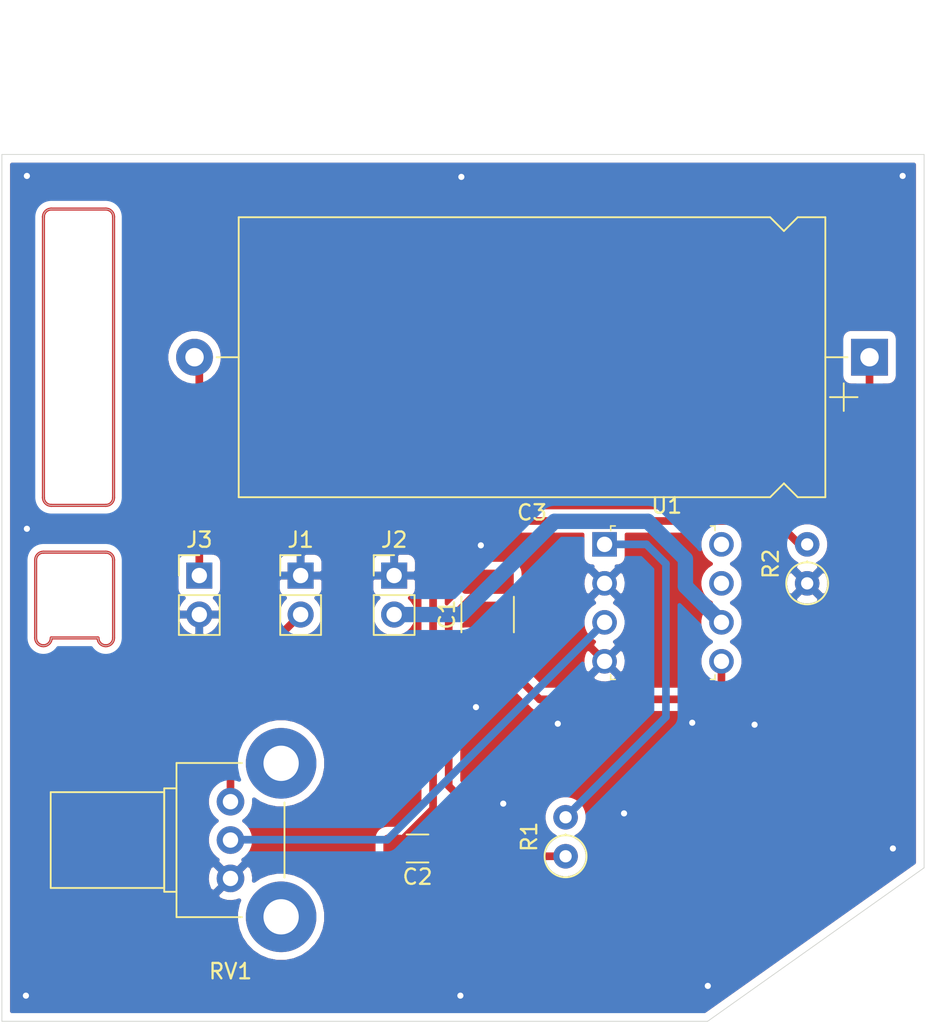
<source format=kicad_pcb>
(kicad_pcb (version 20171130) (host pcbnew "(5.1.9)-1")

  (general
    (thickness 1.6)
    (drawings 43)
    (tracks 57)
    (zones 0)
    (modules 10)
    (nets 12)
  )

  (page A4)
  (layers
    (0 F.Cu signal)
    (31 B.Cu signal)
    (32 B.Adhes user)
    (33 F.Adhes user)
    (34 B.Paste user)
    (35 F.Paste user)
    (36 B.SilkS user)
    (37 F.SilkS user)
    (38 B.Mask user)
    (39 F.Mask user)
    (40 Dwgs.User user)
    (41 Cmts.User user)
    (42 Eco1.User user)
    (43 Eco2.User user)
    (44 Edge.Cuts user)
    (45 Margin user)
    (46 B.CrtYd user)
    (47 F.CrtYd user)
    (48 B.Fab user)
    (49 F.Fab user)
  )

  (setup
    (last_trace_width 0.5)
    (user_trace_width 0.5)
    (trace_clearance 0.2)
    (zone_clearance 0.508)
    (zone_45_only no)
    (trace_min 0.2)
    (via_size 0.8)
    (via_drill 0.4)
    (via_min_size 0.4)
    (via_min_drill 0.3)
    (uvia_size 0.3)
    (uvia_drill 0.1)
    (uvias_allowed no)
    (uvia_min_size 0.2)
    (uvia_min_drill 0.1)
    (edge_width 0.05)
    (segment_width 0.2)
    (pcb_text_width 0.3)
    (pcb_text_size 1.5 1.5)
    (mod_edge_width 0.12)
    (mod_text_size 1 1)
    (mod_text_width 0.15)
    (pad_size 1.524 1.524)
    (pad_drill 0.762)
    (pad_to_mask_clearance 0)
    (aux_axis_origin 0 0)
    (visible_elements 7FFFFFFF)
    (pcbplotparams
      (layerselection 0x010fc_ffffffff)
      (usegerberextensions false)
      (usegerberattributes true)
      (usegerberadvancedattributes true)
      (creategerberjobfile true)
      (excludeedgelayer true)
      (linewidth 0.100000)
      (plotframeref false)
      (viasonmask false)
      (mode 1)
      (useauxorigin false)
      (hpglpennumber 1)
      (hpglpenspeed 20)
      (hpglpendiameter 15.000000)
      (psnegative false)
      (psa4output false)
      (plotreference true)
      (plotvalue true)
      (plotinvisibletext false)
      (padsonsilk false)
      (subtractmaskfromsilk false)
      (outputformat 1)
      (mirror false)
      (drillshape 1)
      (scaleselection 1)
      (outputdirectory ""))
  )

  (net 0 "")
  (net 1 "Net-(C1-Pad2)")
  (net 2 "Net-(C1-Pad1)")
  (net 3 "Net-(C2-Pad2)")
  (net 4 "Net-(C3-Pad2)")
  (net 5 "Net-(J1-Pad2)")
  (net 6 GND)
  (net 7 "Net-(J2-Pad2)")
  (net 8 "Net-(R1-Pad2)")
  (net 9 "Net-(RV1-Pad2)")
  (net 10 "Net-(U1-Pad8)")
  (net 11 "Net-(U1-Pad7)")

  (net_class Default "This is the default net class."
    (clearance 0.2)
    (trace_width 0.25)
    (via_dia 0.8)
    (via_drill 0.4)
    (uvia_dia 0.3)
    (uvia_drill 0.1)
    (add_net GND)
    (add_net "Net-(C1-Pad1)")
    (add_net "Net-(C1-Pad2)")
    (add_net "Net-(C2-Pad2)")
    (add_net "Net-(C3-Pad2)")
    (add_net "Net-(J1-Pad2)")
    (add_net "Net-(J2-Pad2)")
    (add_net "Net-(R1-Pad2)")
    (add_net "Net-(RV1-Pad2)")
    (add_net "Net-(U1-Pad7)")
    (add_net "Net-(U1-Pad8)")
  )

  (module digikey-footprints:DIP-8_W7.62mm (layer F.Cu) (tedit 5B86B3A2) (tstamp 5FED1C7E)
    (at 113.284 58.928)
    (descr http://media.digikey.com/pdf/Data%20Sheets/Lite-On%20PDFs/6N137%20Series.pdf)
    (path /5FEBCC9A)
    (fp_text reference U1 (at 4.05 -2.52) (layer F.SilkS)
      (effects (font (size 1 1) (thickness 0.15)))
    )
    (fp_text value LM386 (at 3.94 10.33) (layer F.Fab)
      (effects (font (size 1 1) (thickness 0.15)))
    )
    (fp_line (start -1.05 8.89) (end 8.67 8.89) (layer F.CrtYd) (width 0.1))
    (fp_line (start -1.05 -1.29) (end -1.05 8.89) (layer F.CrtYd) (width 0.1))
    (fp_line (start 8.67 -1.29) (end 8.67 8.89) (layer F.CrtYd) (width 0.1))
    (fp_line (start -1.05 -1.29) (end 8.67 -1.29) (layer F.CrtYd) (width 0.1))
    (fp_line (start 0.4 -0.9) (end 0.4 -1.2) (layer F.SilkS) (width 0.1))
    (fp_line (start 0.4 -1.2) (end 0.7 -1.2) (layer F.SilkS) (width 0.1))
    (fp_line (start 7.2 -0.9) (end 7.2 -1.2) (layer F.SilkS) (width 0.1))
    (fp_line (start 7.2 -1.2) (end 6.9 -1.2) (layer F.SilkS) (width 0.1))
    (fp_line (start 7.2 8.5) (end 7.2 8.8) (layer F.SilkS) (width 0.1))
    (fp_line (start 7.2 8.8) (end 6.9 8.8) (layer F.SilkS) (width 0.1))
    (fp_line (start 0.4 8.5) (end 0.4 8.8) (layer F.SilkS) (width 0.1))
    (fp_line (start 0.4 8.8) (end 0.7 8.8) (layer F.SilkS) (width 0.1))
    (fp_line (start 0.55 8.64) (end 7.05 8.64) (layer F.Fab) (width 0.1))
    (fp_line (start 0.55 -1.04) (end 7.05 -1.04) (layer F.Fab) (width 0.1))
    (fp_line (start 7.05 -1.04) (end 7.05 8.64) (layer F.Fab) (width 0.1))
    (fp_line (start 0.55 -1.04) (end 0.55 8.64) (layer F.Fab) (width 0.1))
    (fp_text user REF** (at 3.94 3.49) (layer F.Fab)
      (effects (font (size 1 1) (thickness 0.1)))
    )
    (pad 8 thru_hole circle (at 7.62 0) (size 1.6 1.6) (drill 1) (layers *.Cu *.Mask)
      (net 10 "Net-(U1-Pad8)"))
    (pad 7 thru_hole circle (at 7.62 2.54) (size 1.6 1.6) (drill 1) (layers *.Cu *.Mask)
      (net 11 "Net-(U1-Pad7)"))
    (pad 6 thru_hole circle (at 7.62 5.08) (size 1.6 1.6) (drill 1) (layers *.Cu *.Mask)
      (net 7 "Net-(J2-Pad2)"))
    (pad 5 thru_hole circle (at 7.62 7.62) (size 1.6 1.6) (drill 1) (layers *.Cu *.Mask)
      (net 2 "Net-(C1-Pad1)"))
    (pad 4 thru_hole circle (at 0 7.62) (size 1.6 1.6) (drill 1) (layers *.Cu *.Mask)
      (net 6 GND))
    (pad 3 thru_hole circle (at 0 5.08) (size 1.6 1.6) (drill 1) (layers *.Cu *.Mask)
      (net 9 "Net-(RV1-Pad2)"))
    (pad 2 thru_hole circle (at 0 2.54) (size 1.6 1.6) (drill 1) (layers *.Cu *.Mask)
      (net 6 GND))
    (pad 1 thru_hole rect (at 0 0) (size 1.6 1.6) (drill 1) (layers *.Cu *.Mask)
      (net 8 "Net-(R1-Pad2)"))
    (model ${KISYS3DMOD}/Housings_DIP.3dshapes/DIP-8_W7.62mm.wrl
      (at (xyz 0 0 0))
      (scale (xyz 1 1 1))
      (rotate (xyz 0 0 0))
    )
  )

  (module Potentiometer_THT:Potentiometer_Alps_RK09K_Single_Horizontal (layer F.Cu) (tedit 5A3D4993) (tstamp 5FED1C61)
    (at 88.9 75.692 180)
    (descr "Potentiometer, horizontal, Alps RK09K Single, http://www.alps.com/prod/info/E/HTML/Potentiometer/RotaryPotentiometers/RK09K/RK09K_list.html")
    (tags "Potentiometer horizontal Alps RK09K Single")
    (path /5FEC35DF)
    (fp_text reference RV1 (at 0 -11.05 180) (layer F.SilkS)
      (effects (font (size 1 1) (thickness 0.15)))
    )
    (fp_text value 10k (at 0 6.05 180) (layer F.Fab)
      (effects (font (size 1 1) (thickness 0.15)))
    )
    (fp_line (start -3.4 -7.4) (end -3.4 2.4) (layer F.Fab) (width 0.1))
    (fp_line (start -3.4 2.4) (end 3.4 2.4) (layer F.Fab) (width 0.1))
    (fp_line (start 3.4 2.4) (end 3.4 -7.4) (layer F.Fab) (width 0.1))
    (fp_line (start 3.4 -7.4) (end -3.4 -7.4) (layer F.Fab) (width 0.1))
    (fp_line (start 3.4 -5.75) (end 3.4 0.75) (layer F.Fab) (width 0.1))
    (fp_line (start 3.4 0.75) (end 4.2 0.75) (layer F.Fab) (width 0.1))
    (fp_line (start 4.2 0.75) (end 4.2 -5.75) (layer F.Fab) (width 0.1))
    (fp_line (start 4.2 -5.75) (end 3.4 -5.75) (layer F.Fab) (width 0.1))
    (fp_line (start 4.2 -5.5) (end 4.2 0.5) (layer F.Fab) (width 0.1))
    (fp_line (start 4.2 0.5) (end 11.6 0.5) (layer F.Fab) (width 0.1))
    (fp_line (start 11.6 0.5) (end 11.6 -5.5) (layer F.Fab) (width 0.1))
    (fp_line (start 11.6 -5.5) (end 4.2 -5.5) (layer F.Fab) (width 0.1))
    (fp_line (start -0.745 -7.521) (end 3.52 -7.521) (layer F.SilkS) (width 0.12))
    (fp_line (start -0.745 2.52) (end 3.52 2.52) (layer F.SilkS) (width 0.12))
    (fp_line (start -3.52 -4.944) (end -3.52 -0.055) (layer F.SilkS) (width 0.12))
    (fp_line (start 3.52 -7.521) (end 3.52 2.52) (layer F.SilkS) (width 0.12))
    (fp_line (start 3.52 -5.87) (end 4.32 -5.87) (layer F.SilkS) (width 0.12))
    (fp_line (start 3.52 0.87) (end 4.32 0.87) (layer F.SilkS) (width 0.12))
    (fp_line (start 3.52 -5.87) (end 3.52 0.87) (layer F.SilkS) (width 0.12))
    (fp_line (start 4.32 -5.87) (end 4.32 0.87) (layer F.SilkS) (width 0.12))
    (fp_line (start 4.32 -5.62) (end 11.72 -5.62) (layer F.SilkS) (width 0.12))
    (fp_line (start 4.32 0.62) (end 11.72 0.62) (layer F.SilkS) (width 0.12))
    (fp_line (start 4.32 -5.62) (end 4.32 0.62) (layer F.SilkS) (width 0.12))
    (fp_line (start 11.72 -5.62) (end 11.72 0.62) (layer F.SilkS) (width 0.12))
    (fp_line (start -5.85 -10.05) (end -5.85 5.1) (layer F.CrtYd) (width 0.05))
    (fp_line (start -5.85 5.1) (end 11.85 5.1) (layer F.CrtYd) (width 0.05))
    (fp_line (start 11.85 5.1) (end 11.85 -10.05) (layer F.CrtYd) (width 0.05))
    (fp_line (start 11.85 -10.05) (end -5.85 -10.05) (layer F.CrtYd) (width 0.05))
    (fp_text user %R (at 0 -2.5 180) (layer F.Fab)
      (effects (font (size 1 1) (thickness 0.15)))
    )
    (pad "" thru_hole circle (at -3.3 2.5 180) (size 4.6 4.6) (drill 2.3) (layers *.Cu *.Mask))
    (pad "" thru_hole circle (at -3.3 -7.5 180) (size 4.6 4.6) (drill 2.3) (layers *.Cu *.Mask))
    (pad 1 thru_hole circle (at 0 0 180) (size 1.8 1.8) (drill 1) (layers *.Cu *.Mask)
      (net 5 "Net-(J1-Pad2)"))
    (pad 2 thru_hole circle (at 0 -2.5 180) (size 1.8 1.8) (drill 1) (layers *.Cu *.Mask)
      (net 9 "Net-(RV1-Pad2)"))
    (pad 3 thru_hole circle (at 0 -5 180) (size 1.8 1.8) (drill 1) (layers *.Cu *.Mask)
      (net 6 GND))
    (model ${KISYS3DMOD}/Potentiometer_THT.3dshapes/Potentiometer_Alps_RK09K_Single_Horizontal.wrl
      (at (xyz 0 0 0))
      (scale (xyz 1 1 1))
      (rotate (xyz 0 0 0))
    )
  )

  (module Resistor_THT:R_Axial_DIN0207_L6.3mm_D2.5mm_P2.54mm_Vertical (layer F.Cu) (tedit 5AE5139B) (tstamp 5FED1C3B)
    (at 126.492 61.468 90)
    (descr "Resistor, Axial_DIN0207 series, Axial, Vertical, pin pitch=2.54mm, 0.25W = 1/4W, length*diameter=6.3*2.5mm^2, http://cdn-reichelt.de/documents/datenblatt/B400/1_4W%23YAG.pdf")
    (tags "Resistor Axial_DIN0207 series Axial Vertical pin pitch 2.54mm 0.25W = 1/4W length 6.3mm diameter 2.5mm")
    (path /5FEC9E0F)
    (fp_text reference R2 (at 1.27 -2.37 90) (layer F.SilkS)
      (effects (font (size 1 1) (thickness 0.15)))
    )
    (fp_text value 10 (at 1.27 2.37 90) (layer F.Fab)
      (effects (font (size 1 1) (thickness 0.15)))
    )
    (fp_circle (center 0 0) (end 1.25 0) (layer F.Fab) (width 0.1))
    (fp_circle (center 0 0) (end 1.37 0) (layer F.SilkS) (width 0.12))
    (fp_line (start 0 0) (end 2.54 0) (layer F.Fab) (width 0.1))
    (fp_line (start 1.37 0) (end 1.44 0) (layer F.SilkS) (width 0.12))
    (fp_line (start -1.5 -1.5) (end -1.5 1.5) (layer F.CrtYd) (width 0.05))
    (fp_line (start -1.5 1.5) (end 3.59 1.5) (layer F.CrtYd) (width 0.05))
    (fp_line (start 3.59 1.5) (end 3.59 -1.5) (layer F.CrtYd) (width 0.05))
    (fp_line (start 3.59 -1.5) (end -1.5 -1.5) (layer F.CrtYd) (width 0.05))
    (fp_text user %R (at 1.27 -2.37 90) (layer F.Fab)
      (effects (font (size 1 1) (thickness 0.15)))
    )
    (pad 2 thru_hole oval (at 2.54 0 90) (size 1.6 1.6) (drill 0.8) (layers *.Cu *.Mask)
      (net 3 "Net-(C2-Pad2)"))
    (pad 1 thru_hole circle (at 0 0 90) (size 1.6 1.6) (drill 0.8) (layers *.Cu *.Mask)
      (net 6 GND))
    (model ${KISYS3DMOD}/Resistor_THT.3dshapes/R_Axial_DIN0207_L6.3mm_D2.5mm_P2.54mm_Vertical.wrl
      (at (xyz 0 0 0))
      (scale (xyz 1 1 1))
      (rotate (xyz 0 0 0))
    )
  )

  (module Resistor_THT:R_Axial_DIN0207_L6.3mm_D2.5mm_P2.54mm_Vertical (layer F.Cu) (tedit 5AE5139B) (tstamp 5FED1C2C)
    (at 110.744 79.248 90)
    (descr "Resistor, Axial_DIN0207 series, Axial, Vertical, pin pitch=2.54mm, 0.25W = 1/4W, length*diameter=6.3*2.5mm^2, http://cdn-reichelt.de/documents/datenblatt/B400/1_4W%23YAG.pdf")
    (tags "Resistor Axial_DIN0207 series Axial Vertical pin pitch 2.54mm 0.25W = 1/4W length 6.3mm diameter 2.5mm")
    (path /5FEC554F)
    (fp_text reference R1 (at 1.27 -2.37 90) (layer F.SilkS)
      (effects (font (size 1 1) (thickness 0.15)))
    )
    (fp_text value 10k (at 1.27 2.37 90) (layer F.Fab)
      (effects (font (size 1 1) (thickness 0.15)))
    )
    (fp_circle (center 0 0) (end 1.25 0) (layer F.Fab) (width 0.1))
    (fp_circle (center 0 0) (end 1.37 0) (layer F.SilkS) (width 0.12))
    (fp_line (start 0 0) (end 2.54 0) (layer F.Fab) (width 0.1))
    (fp_line (start 1.37 0) (end 1.44 0) (layer F.SilkS) (width 0.12))
    (fp_line (start -1.5 -1.5) (end -1.5 1.5) (layer F.CrtYd) (width 0.05))
    (fp_line (start -1.5 1.5) (end 3.59 1.5) (layer F.CrtYd) (width 0.05))
    (fp_line (start 3.59 1.5) (end 3.59 -1.5) (layer F.CrtYd) (width 0.05))
    (fp_line (start 3.59 -1.5) (end -1.5 -1.5) (layer F.CrtYd) (width 0.05))
    (fp_text user %R (at 1.27 -2.37 90) (layer F.Fab)
      (effects (font (size 1 1) (thickness 0.15)))
    )
    (pad 2 thru_hole oval (at 2.54 0 90) (size 1.6 1.6) (drill 0.8) (layers *.Cu *.Mask)
      (net 8 "Net-(R1-Pad2)"))
    (pad 1 thru_hole circle (at 0 0 90) (size 1.6 1.6) (drill 0.8) (layers *.Cu *.Mask)
      (net 1 "Net-(C1-Pad2)"))
    (model ${KISYS3DMOD}/Resistor_THT.3dshapes/R_Axial_DIN0207_L6.3mm_D2.5mm_P2.54mm_Vertical.wrl
      (at (xyz 0 0 0))
      (scale (xyz 1 1 1))
      (rotate (xyz 0 0 0))
    )
  )

  (module Connector_PinHeader_2.54mm:PinHeader_1x02_P2.54mm_Vertical (layer F.Cu) (tedit 59FED5CC) (tstamp 5FED1C1D)
    (at 86.868 60.96)
    (descr "Through hole straight pin header, 1x02, 2.54mm pitch, single row")
    (tags "Through hole pin header THT 1x02 2.54mm single row")
    (path /5FEC8FA2)
    (fp_text reference J3 (at 0 -2.33) (layer F.SilkS)
      (effects (font (size 1 1) (thickness 0.15)))
    )
    (fp_text value Conn_01x02 (at 0 4.87) (layer F.Fab)
      (effects (font (size 1 1) (thickness 0.15)))
    )
    (fp_line (start -0.635 -1.27) (end 1.27 -1.27) (layer F.Fab) (width 0.1))
    (fp_line (start 1.27 -1.27) (end 1.27 3.81) (layer F.Fab) (width 0.1))
    (fp_line (start 1.27 3.81) (end -1.27 3.81) (layer F.Fab) (width 0.1))
    (fp_line (start -1.27 3.81) (end -1.27 -0.635) (layer F.Fab) (width 0.1))
    (fp_line (start -1.27 -0.635) (end -0.635 -1.27) (layer F.Fab) (width 0.1))
    (fp_line (start -1.33 3.87) (end 1.33 3.87) (layer F.SilkS) (width 0.12))
    (fp_line (start -1.33 1.27) (end -1.33 3.87) (layer F.SilkS) (width 0.12))
    (fp_line (start 1.33 1.27) (end 1.33 3.87) (layer F.SilkS) (width 0.12))
    (fp_line (start -1.33 1.27) (end 1.33 1.27) (layer F.SilkS) (width 0.12))
    (fp_line (start -1.33 0) (end -1.33 -1.33) (layer F.SilkS) (width 0.12))
    (fp_line (start -1.33 -1.33) (end 0 -1.33) (layer F.SilkS) (width 0.12))
    (fp_line (start -1.8 -1.8) (end -1.8 4.35) (layer F.CrtYd) (width 0.05))
    (fp_line (start -1.8 4.35) (end 1.8 4.35) (layer F.CrtYd) (width 0.05))
    (fp_line (start 1.8 4.35) (end 1.8 -1.8) (layer F.CrtYd) (width 0.05))
    (fp_line (start 1.8 -1.8) (end -1.8 -1.8) (layer F.CrtYd) (width 0.05))
    (fp_text user %R (at 0 1.27 90) (layer F.Fab)
      (effects (font (size 1 1) (thickness 0.15)))
    )
    (pad 2 thru_hole oval (at 0 2.54) (size 1.7 1.7) (drill 1) (layers *.Cu *.Mask)
      (net 6 GND))
    (pad 1 thru_hole rect (at 0 0) (size 1.7 1.7) (drill 1) (layers *.Cu *.Mask)
      (net 4 "Net-(C3-Pad2)"))
    (model ${KISYS3DMOD}/Connector_PinHeader_2.54mm.3dshapes/PinHeader_1x02_P2.54mm_Vertical.wrl
      (at (xyz 0 0 0))
      (scale (xyz 1 1 1))
      (rotate (xyz 0 0 0))
    )
  )

  (module Connector_PinHeader_2.54mm:PinHeader_1x02_P2.54mm_Vertical (layer F.Cu) (tedit 59FED5CC) (tstamp 5FED1C07)
    (at 99.568 60.96)
    (descr "Through hole straight pin header, 1x02, 2.54mm pitch, single row")
    (tags "Through hole pin header THT 1x02 2.54mm single row")
    (path /5FEC43C6)
    (fp_text reference J2 (at 0 -2.33) (layer F.SilkS)
      (effects (font (size 1 1) (thickness 0.15)))
    )
    (fp_text value Conn_01x02 (at 0 4.87) (layer F.Fab)
      (effects (font (size 1 1) (thickness 0.15)))
    )
    (fp_line (start -0.635 -1.27) (end 1.27 -1.27) (layer F.Fab) (width 0.1))
    (fp_line (start 1.27 -1.27) (end 1.27 3.81) (layer F.Fab) (width 0.1))
    (fp_line (start 1.27 3.81) (end -1.27 3.81) (layer F.Fab) (width 0.1))
    (fp_line (start -1.27 3.81) (end -1.27 -0.635) (layer F.Fab) (width 0.1))
    (fp_line (start -1.27 -0.635) (end -0.635 -1.27) (layer F.Fab) (width 0.1))
    (fp_line (start -1.33 3.87) (end 1.33 3.87) (layer F.SilkS) (width 0.12))
    (fp_line (start -1.33 1.27) (end -1.33 3.87) (layer F.SilkS) (width 0.12))
    (fp_line (start 1.33 1.27) (end 1.33 3.87) (layer F.SilkS) (width 0.12))
    (fp_line (start -1.33 1.27) (end 1.33 1.27) (layer F.SilkS) (width 0.12))
    (fp_line (start -1.33 0) (end -1.33 -1.33) (layer F.SilkS) (width 0.12))
    (fp_line (start -1.33 -1.33) (end 0 -1.33) (layer F.SilkS) (width 0.12))
    (fp_line (start -1.8 -1.8) (end -1.8 4.35) (layer F.CrtYd) (width 0.05))
    (fp_line (start -1.8 4.35) (end 1.8 4.35) (layer F.CrtYd) (width 0.05))
    (fp_line (start 1.8 4.35) (end 1.8 -1.8) (layer F.CrtYd) (width 0.05))
    (fp_line (start 1.8 -1.8) (end -1.8 -1.8) (layer F.CrtYd) (width 0.05))
    (fp_text user %R (at 0 1.27 90) (layer F.Fab)
      (effects (font (size 1 1) (thickness 0.15)))
    )
    (pad 2 thru_hole oval (at 0 2.54) (size 1.7 1.7) (drill 1) (layers *.Cu *.Mask)
      (net 7 "Net-(J2-Pad2)"))
    (pad 1 thru_hole rect (at 0 0) (size 1.7 1.7) (drill 1) (layers *.Cu *.Mask)
      (net 6 GND))
    (model ${KISYS3DMOD}/Connector_PinHeader_2.54mm.3dshapes/PinHeader_1x02_P2.54mm_Vertical.wrl
      (at (xyz 0 0 0))
      (scale (xyz 1 1 1))
      (rotate (xyz 0 0 0))
    )
  )

  (module Connector_PinHeader_2.54mm:PinHeader_1x02_P2.54mm_Vertical (layer F.Cu) (tedit 59FED5CC) (tstamp 5FED1BF1)
    (at 93.472 60.96)
    (descr "Through hole straight pin header, 1x02, 2.54mm pitch, single row")
    (tags "Through hole pin header THT 1x02 2.54mm single row")
    (path /5FEC18D1)
    (fp_text reference J1 (at 0 -2.33) (layer F.SilkS)
      (effects (font (size 1 1) (thickness 0.15)))
    )
    (fp_text value Conn_01x02 (at 0 4.87) (layer F.Fab)
      (effects (font (size 1 1) (thickness 0.15)))
    )
    (fp_line (start -0.635 -1.27) (end 1.27 -1.27) (layer F.Fab) (width 0.1))
    (fp_line (start 1.27 -1.27) (end 1.27 3.81) (layer F.Fab) (width 0.1))
    (fp_line (start 1.27 3.81) (end -1.27 3.81) (layer F.Fab) (width 0.1))
    (fp_line (start -1.27 3.81) (end -1.27 -0.635) (layer F.Fab) (width 0.1))
    (fp_line (start -1.27 -0.635) (end -0.635 -1.27) (layer F.Fab) (width 0.1))
    (fp_line (start -1.33 3.87) (end 1.33 3.87) (layer F.SilkS) (width 0.12))
    (fp_line (start -1.33 1.27) (end -1.33 3.87) (layer F.SilkS) (width 0.12))
    (fp_line (start 1.33 1.27) (end 1.33 3.87) (layer F.SilkS) (width 0.12))
    (fp_line (start -1.33 1.27) (end 1.33 1.27) (layer F.SilkS) (width 0.12))
    (fp_line (start -1.33 0) (end -1.33 -1.33) (layer F.SilkS) (width 0.12))
    (fp_line (start -1.33 -1.33) (end 0 -1.33) (layer F.SilkS) (width 0.12))
    (fp_line (start -1.8 -1.8) (end -1.8 4.35) (layer F.CrtYd) (width 0.05))
    (fp_line (start -1.8 4.35) (end 1.8 4.35) (layer F.CrtYd) (width 0.05))
    (fp_line (start 1.8 4.35) (end 1.8 -1.8) (layer F.CrtYd) (width 0.05))
    (fp_line (start 1.8 -1.8) (end -1.8 -1.8) (layer F.CrtYd) (width 0.05))
    (fp_text user %R (at 0 1.27 90) (layer F.Fab)
      (effects (font (size 1 1) (thickness 0.15)))
    )
    (pad 2 thru_hole oval (at 0 2.54) (size 1.7 1.7) (drill 1) (layers *.Cu *.Mask)
      (net 5 "Net-(J1-Pad2)"))
    (pad 1 thru_hole rect (at 0 0) (size 1.7 1.7) (drill 1) (layers *.Cu *.Mask)
      (net 6 GND))
    (model ${KISYS3DMOD}/Connector_PinHeader_2.54mm.3dshapes/PinHeader_1x02_P2.54mm_Vertical.wrl
      (at (xyz 0 0 0))
      (scale (xyz 1 1 1))
      (rotate (xyz 0 0 0))
    )
  )

  (module Capacitor_THT:CP_Axial_L38.0mm_D18.0mm_P44.00mm_Horizontal (layer F.Cu) (tedit 5AE50EF2) (tstamp 5FED1BDB)
    (at 130.556 46.736 180)
    (descr "CP, Axial series, Axial, Horizontal, pin pitch=44mm, , length*diameter=38*18mm^2, Electrolytic Capacitor, , http://www.vishay.com/docs/28325/021asm.pdf")
    (tags "CP Axial series Axial Horizontal pin pitch 44mm  length 38mm diameter 18mm Electrolytic Capacitor")
    (path /5FEBFB26)
    (fp_text reference C3 (at 22 -10.12 180) (layer F.SilkS)
      (effects (font (size 1 1) (thickness 0.15)))
    )
    (fp_text value 250uF (at 22 10.12 180) (layer F.Fab)
      (effects (font (size 1 1) (thickness 0.15)))
    )
    (fp_line (start 3 -9) (end 3 9) (layer F.Fab) (width 0.1))
    (fp_line (start 41 -9) (end 41 9) (layer F.Fab) (width 0.1))
    (fp_line (start 3 -9) (end 4.68 -9) (layer F.Fab) (width 0.1))
    (fp_line (start 4.68 -9) (end 5.58 -8.1) (layer F.Fab) (width 0.1))
    (fp_line (start 5.58 -8.1) (end 6.48 -9) (layer F.Fab) (width 0.1))
    (fp_line (start 6.48 -9) (end 41 -9) (layer F.Fab) (width 0.1))
    (fp_line (start 3 9) (end 4.68 9) (layer F.Fab) (width 0.1))
    (fp_line (start 4.68 9) (end 5.58 8.1) (layer F.Fab) (width 0.1))
    (fp_line (start 5.58 8.1) (end 6.48 9) (layer F.Fab) (width 0.1))
    (fp_line (start 6.48 9) (end 41 9) (layer F.Fab) (width 0.1))
    (fp_line (start 0 0) (end 3 0) (layer F.Fab) (width 0.1))
    (fp_line (start 44 0) (end 41 0) (layer F.Fab) (width 0.1))
    (fp_line (start 4.7 0) (end 6.5 0) (layer F.Fab) (width 0.1))
    (fp_line (start 5.6 -0.9) (end 5.6 0.9) (layer F.Fab) (width 0.1))
    (fp_line (start 0.78 -2.6) (end 2.58 -2.6) (layer F.SilkS) (width 0.12))
    (fp_line (start 1.68 -3.5) (end 1.68 -1.7) (layer F.SilkS) (width 0.12))
    (fp_line (start 2.88 -9.12) (end 2.88 9.12) (layer F.SilkS) (width 0.12))
    (fp_line (start 41.12 -9.12) (end 41.12 9.12) (layer F.SilkS) (width 0.12))
    (fp_line (start 2.88 -9.12) (end 4.68 -9.12) (layer F.SilkS) (width 0.12))
    (fp_line (start 4.68 -9.12) (end 5.58 -8.22) (layer F.SilkS) (width 0.12))
    (fp_line (start 5.58 -8.22) (end 6.48 -9.12) (layer F.SilkS) (width 0.12))
    (fp_line (start 6.48 -9.12) (end 41.12 -9.12) (layer F.SilkS) (width 0.12))
    (fp_line (start 2.88 9.12) (end 4.68 9.12) (layer F.SilkS) (width 0.12))
    (fp_line (start 4.68 9.12) (end 5.58 8.22) (layer F.SilkS) (width 0.12))
    (fp_line (start 5.58 8.22) (end 6.48 9.12) (layer F.SilkS) (width 0.12))
    (fp_line (start 6.48 9.12) (end 41.12 9.12) (layer F.SilkS) (width 0.12))
    (fp_line (start 1.44 0) (end 2.88 0) (layer F.SilkS) (width 0.12))
    (fp_line (start 42.56 0) (end 41.12 0) (layer F.SilkS) (width 0.12))
    (fp_line (start -1.45 -9.25) (end -1.45 9.25) (layer F.CrtYd) (width 0.05))
    (fp_line (start -1.45 9.25) (end 45.45 9.25) (layer F.CrtYd) (width 0.05))
    (fp_line (start 45.45 9.25) (end 45.45 -9.25) (layer F.CrtYd) (width 0.05))
    (fp_line (start 45.45 -9.25) (end -1.45 -9.25) (layer F.CrtYd) (width 0.05))
    (fp_text user %R (at 22 0 180) (layer F.Fab)
      (effects (font (size 1 1) (thickness 0.15)))
    )
    (pad 2 thru_hole oval (at 44 0 180) (size 2.4 2.4) (drill 1.2) (layers *.Cu *.Mask)
      (net 4 "Net-(C3-Pad2)"))
    (pad 1 thru_hole rect (at 0 0 180) (size 2.4 2.4) (drill 1.2) (layers *.Cu *.Mask)
      (net 2 "Net-(C1-Pad1)"))
    (model ${KISYS3DMOD}/Capacitor_THT.3dshapes/CP_Axial_L38.0mm_D18.0mm_P44.00mm_Horizontal.wrl
      (at (xyz 0 0 0))
      (scale (xyz 1 1 1))
      (rotate (xyz 0 0 0))
    )
  )

  (module Capacitor_SMD:C_1206_3216Metric_Pad1.33x1.80mm_HandSolder (layer F.Cu) (tedit 5F68FEEF) (tstamp 5FED1BB4)
    (at 101.092 78.74 180)
    (descr "Capacitor SMD 1206 (3216 Metric), square (rectangular) end terminal, IPC_7351 nominal with elongated pad for handsoldering. (Body size source: IPC-SM-782 page 76, https://www.pcb-3d.com/wordpress/wp-content/uploads/ipc-sm-782a_amendment_1_and_2.pdf), generated with kicad-footprint-generator")
    (tags "capacitor handsolder")
    (path /5FEC81CA)
    (attr smd)
    (fp_text reference C2 (at 0 -1.85) (layer F.SilkS)
      (effects (font (size 1 1) (thickness 0.15)))
    )
    (fp_text value 0.05uF (at 0 1.85) (layer F.Fab)
      (effects (font (size 1 1) (thickness 0.15)))
    )
    (fp_line (start -1.6 0.8) (end -1.6 -0.8) (layer F.Fab) (width 0.1))
    (fp_line (start -1.6 -0.8) (end 1.6 -0.8) (layer F.Fab) (width 0.1))
    (fp_line (start 1.6 -0.8) (end 1.6 0.8) (layer F.Fab) (width 0.1))
    (fp_line (start 1.6 0.8) (end -1.6 0.8) (layer F.Fab) (width 0.1))
    (fp_line (start -0.711252 -0.91) (end 0.711252 -0.91) (layer F.SilkS) (width 0.12))
    (fp_line (start -0.711252 0.91) (end 0.711252 0.91) (layer F.SilkS) (width 0.12))
    (fp_line (start -2.48 1.15) (end -2.48 -1.15) (layer F.CrtYd) (width 0.05))
    (fp_line (start -2.48 -1.15) (end 2.48 -1.15) (layer F.CrtYd) (width 0.05))
    (fp_line (start 2.48 -1.15) (end 2.48 1.15) (layer F.CrtYd) (width 0.05))
    (fp_line (start 2.48 1.15) (end -2.48 1.15) (layer F.CrtYd) (width 0.05))
    (fp_text user %R (at 0 0) (layer F.Fab)
      (effects (font (size 0.8 0.8) (thickness 0.12)))
    )
    (pad 2 smd roundrect (at 1.5625 0 180) (size 1.325 1.8) (layers F.Cu F.Paste F.Mask) (roundrect_rratio 0.188679)
      (net 3 "Net-(C2-Pad2)"))
    (pad 1 smd roundrect (at -1.5625 0 180) (size 1.325 1.8) (layers F.Cu F.Paste F.Mask) (roundrect_rratio 0.188679)
      (net 2 "Net-(C1-Pad1)"))
    (model ${KISYS3DMOD}/Capacitor_SMD.3dshapes/C_1206_3216Metric.wrl
      (at (xyz 0 0 0))
      (scale (xyz 1 1 1))
      (rotate (xyz 0 0 0))
    )
  )

  (module Capacitor_SMD:C_1812_4532Metric_Pad1.57x3.40mm_HandSolder (layer F.Cu) (tedit 5F68FEEF) (tstamp 5FED1BA3)
    (at 105.664 63.5 90)
    (descr "Capacitor SMD 1812 (4532 Metric), square (rectangular) end terminal, IPC_7351 nominal with elongated pad for handsoldering. (Body size source: IPC-SM-782 page 76, https://www.pcb-3d.com/wordpress/wp-content/uploads/ipc-sm-782a_amendment_1_and_2.pdf), generated with kicad-footprint-generator")
    (tags "capacitor handsolder")
    (path /5FEBEE21)
    (attr smd)
    (fp_text reference C1 (at 0 -2.65 90) (layer F.SilkS)
      (effects (font (size 1 1) (thickness 0.15)))
    )
    (fp_text value 0.033uF (at 0 2.65 90) (layer F.Fab)
      (effects (font (size 1 1) (thickness 0.15)))
    )
    (fp_line (start -2.25 1.6) (end -2.25 -1.6) (layer F.Fab) (width 0.1))
    (fp_line (start -2.25 -1.6) (end 2.25 -1.6) (layer F.Fab) (width 0.1))
    (fp_line (start 2.25 -1.6) (end 2.25 1.6) (layer F.Fab) (width 0.1))
    (fp_line (start 2.25 1.6) (end -2.25 1.6) (layer F.Fab) (width 0.1))
    (fp_line (start -1.161252 -1.71) (end 1.161252 -1.71) (layer F.SilkS) (width 0.12))
    (fp_line (start -1.161252 1.71) (end 1.161252 1.71) (layer F.SilkS) (width 0.12))
    (fp_line (start -3.18 1.95) (end -3.18 -1.95) (layer F.CrtYd) (width 0.05))
    (fp_line (start -3.18 -1.95) (end 3.18 -1.95) (layer F.CrtYd) (width 0.05))
    (fp_line (start 3.18 -1.95) (end 3.18 1.95) (layer F.CrtYd) (width 0.05))
    (fp_line (start 3.18 1.95) (end -3.18 1.95) (layer F.CrtYd) (width 0.05))
    (fp_text user %R (at 0 0 90) (layer F.Fab)
      (effects (font (size 1 1) (thickness 0.15)))
    )
    (pad 2 smd roundrect (at 2.1375 0 90) (size 1.575 3.4) (layers F.Cu F.Paste F.Mask) (roundrect_rratio 0.15873)
      (net 1 "Net-(C1-Pad2)"))
    (pad 1 smd roundrect (at -2.1375 0 90) (size 1.575 3.4) (layers F.Cu F.Paste F.Mask) (roundrect_rratio 0.15873)
      (net 2 "Net-(C1-Pad1)"))
    (model ${KISYS3DMOD}/Capacitor_SMD.3dshapes/C_1812_4532Metric.wrl
      (at (xyz 0 0 0))
      (scale (xyz 1 1 1))
      (rotate (xyz 0 0 0))
    )
  )

  (dimension 30.0355 (width 0.15) (layer Dwgs.User)
    (gr_text "30.035 mm" (at 88.99525 30.002) (layer Dwgs.User)
      (effects (font (size 1 1) (thickness 0.15)))
    )
    (feature1 (pts (xy 104.013 28.321) (xy 104.013 29.288421)))
    (feature2 (pts (xy 73.9775 28.321) (xy 73.9775 29.288421)))
    (crossbar (pts (xy 73.9775 28.702) (xy 104.013 28.702)))
    (arrow1a (pts (xy 104.013 28.702) (xy 102.886496 29.288421)))
    (arrow1b (pts (xy 104.013 28.702) (xy 102.886496 28.115579)))
    (arrow2a (pts (xy 73.9775 28.702) (xy 75.104004 29.288421)))
    (arrow2b (pts (xy 73.9775 28.702) (xy 75.104004 28.115579)))
  )
  (dimension 60.134802 (width 0.15) (layer Dwgs.User)
    (gr_text "60.135 mm" (at 104.015784 24.162077 0.1815066141) (layer Dwgs.User)
      (effects (font (size 1 1) (thickness 0.15)))
    )
    (feature1 (pts (xy 134.112 33.2105) (xy 134.085294 24.780403)))
    (feature2 (pts (xy 73.9775 33.401) (xy 73.950794 24.970903)))
    (crossbar (pts (xy 73.952652 25.55732) (xy 134.087152 25.36682)))
    (arrow1a (pts (xy 134.087152 25.36682) (xy 132.962512 25.956806)))
    (arrow1b (pts (xy 134.087152 25.36682) (xy 132.958796 24.783971)))
    (arrow2a (pts (xy 73.952652 25.55732) (xy 75.081008 26.140169)))
    (arrow2b (pts (xy 73.952652 25.55732) (xy 75.077292 24.967334)))
  )
  (gr_arc (start 80.772 65.024) (end 81.28 65.024) (angle 90) (layer Edge.Cuts) (width 0.05))
  (gr_arc (start 80.772 65.024) (end 80.772 65.532) (angle 90) (layer Edge.Cuts) (width 0.05))
  (gr_arc (start 76.708 65.024) (end 77.216 65.024) (angle 90) (layer Edge.Cuts) (width 0.05))
  (gr_arc (start 76.708 65.024) (end 76.708 65.532) (angle 90) (layer Edge.Cuts) (width 0.05))
  (gr_arc (start 80.772 59.944) (end 80.772 59.436) (angle 90) (layer Edge.Cuts) (width 0.05))
  (gr_arc (start 76.708 59.944) (end 76.2 59.944) (angle 90) (layer Edge.Cuts) (width 0.05))
  (gr_line (start 80.264 65.024) (end 77.216 65.024) (angle 90) (layer Edge.Cuts) (width 0.05))
  (gr_line (start 76.708 59.436) (end 80.772 59.436) (angle 90) (layer Edge.Cuts) (width 0.05))
  (gr_line (start 81.28 59.944) (end 81.28 65.024) (angle 90) (layer Edge.Cuts) (width 0.05))
  (gr_line (start 76.2 59.944) (end 76.2 65.024) (angle 90) (layer Edge.Cuts) (width 0.05))
  (gr_line (start 76.708 59.436) (end 80.772 59.436) (angle 90) (layer F.Cu) (width 0.2))
  (gr_arc (start 76.708 59.944) (end 76.2 59.944) (angle 90) (layer F.Cu) (width 0.2))
  (gr_arc (start 80.772 59.944) (end 80.772 59.436) (angle 90) (layer F.Cu) (width 0.2))
  (gr_line (start 77.216 65.024) (end 80.264 65.024) (angle 90) (layer F.Cu) (width 0.2))
  (gr_arc (start 80.772 65.024) (end 80.772 65.532) (angle 90) (layer F.Cu) (width 0.2))
  (gr_arc (start 76.708 65.024) (end 77.216 65.024) (angle 90) (layer F.Cu) (width 0.2))
  (gr_arc (start 76.708 65.024) (end 76.708 65.532) (angle 90) (layer F.Cu) (width 0.2))
  (gr_arc (start 80.772 65.024) (end 81.28 65.024) (angle 90) (layer F.Cu) (width 0.2))
  (gr_line (start 81.28 59.944) (end 81.28 65) (angle 90) (layer F.Cu) (width 0.2))
  (gr_line (start 76.2 60) (end 76.2 65) (angle 90) (layer F.Cu) (width 0.2))
  (gr_arc (start 77.216 55.88) (end 77.216 56.388) (angle 90) (layer Edge.Cuts) (width 0.05))
  (gr_line (start 80.772 56.388) (end 77.216 56.388) (angle 90) (layer Edge.Cuts) (width 0.05))
  (gr_arc (start 80.772 55.88) (end 81.28 55.88) (angle 90) (layer Edge.Cuts) (width 0.05))
  (gr_line (start 81.28 37.592) (end 81.28 55.88) (angle 90) (layer Edge.Cuts) (width 0.05))
  (gr_arc (start 80.772 37.592) (end 80.772 37.084) (angle 90) (layer Edge.Cuts) (width 0.05))
  (gr_line (start 77.216 37.084) (end 80.772 37.084) (angle 90) (layer Edge.Cuts) (width 0.05))
  (gr_arc (start 77.216 37.592) (end 76.708 37.592) (angle 90) (layer Edge.Cuts) (width 0.05))
  (gr_line (start 76.708 37.592) (end 76.708 55.88) (angle 90) (layer Edge.Cuts) (width 0.05))
  (gr_line (start 77.216 56.388) (end 80.772 56.388) (angle 90) (layer F.Cu) (width 0.2))
  (gr_arc (start 80.772 55.88) (end 81.28 55.88) (angle 90) (layer F.Cu) (width 0.2))
  (gr_arc (start 77.216 55.88) (end 77.216 56.388) (angle 90) (layer F.Cu) (width 0.2))
  (gr_line (start 77.216 37.084) (end 80.772 37.084) (angle 90) (layer F.Cu) (width 0.2))
  (gr_arc (start 80.772 37.592) (end 80.772 37.084) (angle 90) (layer F.Cu) (width 0.2))
  (gr_arc (start 77.216 37.592) (end 76.708 37.592) (angle 90) (layer F.Cu) (width 0.2))
  (gr_line (start 81.28 37.592) (end 81.28 55.88) (angle 90) (layer F.Cu) (width 0.2))
  (gr_line (start 76.708 37.592) (end 76.708 55.88) (angle 90) (layer F.Cu) (width 0.2))
  (gr_line (start 74 33.528) (end 134.112 33.528) (angle 90) (layer Edge.Cuts) (width 0.05))
  (gr_line (start 74 90) (end 74 33.528) (angle 90) (layer Edge.Cuts) (width 0.05))
  (gr_line (start 120 90) (end 74 90) (angle 90) (layer Edge.Cuts) (width 0.05))
  (gr_line (start 134.112 80) (end 120 90) (angle 90) (layer Edge.Cuts) (width 0.05))
  (gr_line (start 134.112 33.528) (end 134.112 80) (angle 90) (layer Edge.Cuts) (width 0.05))

  (via (at 104.902 69.5325) (size 0.8) (drill 0.4) (layers F.Cu B.Cu) (net 6))
  (via (at 110.236 70.612) (size 0.8) (drill 0.4) (layers F.Cu B.Cu) (net 6))
  (via (at 106.68 75.819) (size 0.8) (drill 0.4) (layers F.Cu B.Cu) (net 6))
  (via (at 118.999 70.5485) (size 0.8) (drill 0.4) (layers F.Cu B.Cu) (net 6))
  (via (at 123.063 70.6755) (size 0.8) (drill 0.4) (layers F.Cu B.Cu) (net 6))
  (via (at 114.554 76.454) (size 0.8) (drill 0.4) (layers F.Cu B.Cu) (net 6))
  (via (at 75.6285 57.912) (size 0.8) (drill 0.4) (layers F.Cu B.Cu) (net 6))
  (via (at 75.565 88.3285) (size 0.8) (drill 0.4) (layers F.Cu B.Cu) (net 6))
  (via (at 75.6285 34.925) (size 0.8) (drill 0.4) (layers F.Cu B.Cu) (net 6))
  (via (at 103.9495 34.9885) (size 0.8) (drill 0.4) (layers F.Cu B.Cu) (net 6))
  (via (at 132.715 34.925) (size 0.8) (drill 0.4) (layers F.Cu B.Cu) (net 6))
  (via (at 103.886 88.3285) (size 0.8) (drill 0.4) (layers F.Cu B.Cu) (net 6))
  (via (at 120.015 87.6935) (size 0.8) (drill 0.4) (layers F.Cu B.Cu) (net 6))
  (via (at 132.08 78.74) (size 0.8) (drill 0.4) (layers F.Cu B.Cu) (net 6))
  (segment (start 110.744 79.248) (end 107.696 79.248) (width 0.5) (layer F.Cu) (net 1) (status 400000))
  (segment (start 103.124 63.9025) (end 105.664 61.3625) (width 0.5) (layer F.Cu) (net 1) (tstamp 5FEDD85F) (status 800000))
  (segment (start 103.124 74.676) (end 103.124 63.9025) (width 0.5) (layer F.Cu) (net 1) (tstamp 5FEDD85D))
  (segment (start 107.696 79.248) (end 103.124 74.676) (width 0.5) (layer F.Cu) (net 1) (tstamp 5FEDD85B))
  (segment (start 130.556 46.736) (end 130.556 60.7695) (width 0.5) (layer F.Cu) (net 2))
  (segment (start 130.556 60.7695) (end 122.301 69.0245) (width 0.5) (layer F.Cu) (net 2))
  (segment (start 109.051 69.0245) (end 105.664 65.6375) (width 0.5) (layer F.Cu) (net 2))
  (segment (start 120.904 68.8975) (end 121.031 69.0245) (width 0.5) (layer F.Cu) (net 2))
  (segment (start 120.904 66.548) (end 120.904 68.8975) (width 0.5) (layer F.Cu) (net 2))
  (segment (start 121.031 69.0245) (end 109.051 69.0245) (width 0.5) (layer F.Cu) (net 2))
  (segment (start 122.301 69.0245) (end 121.031 69.0245) (width 0.5) (layer F.Cu) (net 2))
  (segment (start 102.6545 79.64) (end 104.9295 81.915) (width 0.5) (layer F.Cu) (net 2))
  (segment (start 102.6545 78.74) (end 102.6545 79.64) (width 0.5) (layer F.Cu) (net 2))
  (segment (start 104.9295 81.915) (end 112.268 81.915) (width 0.5) (layer F.Cu) (net 2))
  (segment (start 120.904 73.279) (end 120.904 68.8975) (width 0.5) (layer F.Cu) (net 2))
  (segment (start 112.268 81.915) (end 120.904 73.279) (width 0.5) (layer F.Cu) (net 2))
  (segment (start 126.492 58.928) (end 126.492 59.436) (width 0.5) (layer F.Cu) (net 3) (status C00000))
  (segment (start 102.108 76.1615) (end 99.5295 78.74) (width 0.5) (layer F.Cu) (net 3) (tstamp 5FEDD832) (status 800000))
  (segment (start 102.108 59.944) (end 102.108 76.1615) (width 0.5) (layer F.Cu) (net 3) (tstamp 5FEDD830))
  (segment (start 104.648 57.404) (end 102.108 59.944) (width 0.5) (layer F.Cu) (net 3) (tstamp 5FEDD82E))
  (segment (start 124.46 57.404) (end 104.648 57.404) (width 0.5) (layer F.Cu) (net 3) (tstamp 5FEDD82C))
  (segment (start 126.492 59.436) (end 124.46 57.404) (width 0.5) (layer F.Cu) (net 3) (tstamp 5FEDD82B) (status 400000))
  (segment (start 86.868 60.96) (end 86.868 47.048) (width 0.5) (layer F.Cu) (net 4) (status C00000))
  (segment (start 86.868 47.048) (end 86.556 46.736) (width 0.5) (layer F.Cu) (net 4) (tstamp 5FEDD837) (status C00000))
  (segment (start 88.9 75.692) (end 88.9 68.072) (width 0.5) (layer F.Cu) (net 5) (status 400000))
  (segment (start 88.9 68.072) (end 93.472 63.5) (width 0.5) (layer F.Cu) (net 5) (tstamp 5FEDD81F) (status 800000))
  (segment (start 88.9 80.692) (end 88.9 80.264) (width 0.5) (layer F.Cu) (net 6) (status C00000))
  (segment (start 99.568 60.96) (end 100.076 60.96) (width 0.5) (layer B.Cu) (net 6) (status C00000))
  (segment (start 113.284 61.468) (end 113.284 61.976) (width 0.5) (layer F.Cu) (net 6) (status C00000))
  (via (at 105.2195 58.9915) (size 0.8) (drill 0.4) (layers F.Cu B.Cu) (net 6))
  (segment (start 120.904 64.008) (end 118.5545 61.6585) (width 1) (layer B.Cu) (net 7))
  (segment (start 118.5545 61.6585) (end 118.5545 59.8805) (width 1) (layer B.Cu) (net 7))
  (segment (start 118.5545 59.8805) (end 116.101999 57.427999) (width 1) (layer B.Cu) (net 7))
  (segment (start 116.101999 57.427999) (end 110.021501 57.427999) (width 1) (layer B.Cu) (net 7))
  (segment (start 103.9495 63.5) (end 99.568 63.5) (width 1) (layer B.Cu) (net 7))
  (segment (start 110.021501 57.427999) (end 103.9495 63.5) (width 1) (layer B.Cu) (net 7))
  (segment (start 113.284 58.928) (end 116.0145 58.928) (width 0.5) (layer B.Cu) (net 8))
  (segment (start 116.0145 58.928) (end 117.2845 60.198) (width 0.5) (layer B.Cu) (net 8))
  (segment (start 117.2845 70.1675) (end 110.744 76.708) (width 0.5) (layer B.Cu) (net 8))
  (segment (start 117.2845 60.198) (end 117.2845 70.1675) (width 0.5) (layer B.Cu) (net 8))
  (segment (start 113.284 64.008) (end 99.1235 78.1685) (width 0.5) (layer B.Cu) (net 9))
  (segment (start 88.9235 78.1685) (end 88.9 78.192) (width 0.5) (layer B.Cu) (net 9))
  (segment (start 99.1235 78.1685) (end 88.9235 78.1685) (width 0.5) (layer B.Cu) (net 9))

  (zone (net 6) (net_name GND) (layer F.Cu) (tstamp 5FFB746F) (hatch edge 0.508)
    (connect_pads (clearance 0.508))
    (min_thickness 0.254)
    (fill yes (arc_segments 32) (thermal_gap 0.508) (thermal_bridge_width 0.508))
    (polygon
      (pts
        (xy 134.1755 80.01) (xy 120.015 90.043) (xy 73.9775 90.043) (xy 73.9775 33.4645) (xy 134.1755 33.4645)
      )
    )
    (filled_polygon
      (pts
        (xy 133.452001 79.658779) (xy 119.789863 89.34) (xy 74.66 89.34) (xy 74.66 81.75608) (xy 88.015525 81.75608)
        (xy 88.099208 82.010261) (xy 88.371775 82.141158) (xy 88.664642 82.216365) (xy 88.966553 82.232991) (xy 89.265907 82.190397)
        (xy 89.467356 82.119662) (xy 89.377791 82.335892) (xy 89.265 82.902928) (xy 89.265 83.481072) (xy 89.377791 84.048108)
        (xy 89.599037 84.582244) (xy 89.920237 85.062953) (xy 90.329047 85.471763) (xy 90.809756 85.792963) (xy 91.343892 86.014209)
        (xy 91.910928 86.127) (xy 92.489072 86.127) (xy 93.056108 86.014209) (xy 93.590244 85.792963) (xy 94.070953 85.471763)
        (xy 94.479763 85.062953) (xy 94.800963 84.582244) (xy 95.022209 84.048108) (xy 95.135 83.481072) (xy 95.135 82.902928)
        (xy 95.022209 82.335892) (xy 94.800963 81.801756) (xy 94.479763 81.321047) (xy 94.070953 80.912237) (xy 93.590244 80.591037)
        (xy 93.056108 80.369791) (xy 92.489072 80.257) (xy 91.910928 80.257) (xy 91.343892 80.369791) (xy 90.809756 80.591037)
        (xy 90.428871 80.845537) (xy 90.440991 80.625447) (xy 90.398397 80.326093) (xy 90.298222 80.040801) (xy 90.218261 79.891208)
        (xy 89.96408 79.807525) (xy 89.079605 80.692) (xy 89.093748 80.706143) (xy 88.914143 80.885748) (xy 88.9 80.871605)
        (xy 88.015525 81.75608) (xy 74.66 81.75608) (xy 74.66 80.758553) (xy 87.359009 80.758553) (xy 87.401603 81.057907)
        (xy 87.501778 81.343199) (xy 87.581739 81.492792) (xy 87.83592 81.576475) (xy 88.720395 80.692) (xy 87.83592 79.807525)
        (xy 87.581739 79.891208) (xy 87.450842 80.163775) (xy 87.375635 80.456642) (xy 87.359009 80.758553) (xy 74.66 80.758553)
        (xy 74.66 75.540816) (xy 87.365 75.540816) (xy 87.365 75.843184) (xy 87.423989 76.139743) (xy 87.539701 76.419095)
        (xy 87.707688 76.670505) (xy 87.921495 76.884312) (xy 88.007831 76.942) (xy 87.921495 76.999688) (xy 87.707688 77.213495)
        (xy 87.539701 77.464905) (xy 87.423989 77.744257) (xy 87.365 78.040816) (xy 87.365 78.343184) (xy 87.423989 78.639743)
        (xy 87.539701 78.919095) (xy 87.707688 79.170505) (xy 87.921495 79.384312) (xy 88.06431 79.479738) (xy 88.015525 79.62792)
        (xy 88.9 80.512395) (xy 89.784475 79.62792) (xy 89.73569 79.479738) (xy 89.878505 79.384312) (xy 90.092312 79.170505)
        (xy 90.260299 78.919095) (xy 90.376011 78.639743) (xy 90.435 78.343184) (xy 90.435 78.089999) (xy 98.228928 78.089999)
        (xy 98.228928 79.390001) (xy 98.245992 79.563255) (xy 98.296528 79.729851) (xy 98.378595 79.883387) (xy 98.489038 80.017962)
        (xy 98.623613 80.128405) (xy 98.777149 80.210472) (xy 98.943745 80.261008) (xy 99.116999 80.278072) (xy 99.942001 80.278072)
        (xy 100.115255 80.261008) (xy 100.281851 80.210472) (xy 100.435387 80.128405) (xy 100.569962 80.017962) (xy 100.680405 79.883387)
        (xy 100.762472 79.729851) (xy 100.813008 79.563255) (xy 100.830072 79.390001) (xy 100.830072 78.691006) (xy 101.353928 78.16715)
        (xy 101.353928 79.390001) (xy 101.370992 79.563255) (xy 101.421528 79.729851) (xy 101.503595 79.883387) (xy 101.614038 80.017962)
        (xy 101.748613 80.128405) (xy 101.902149 80.210472) (xy 102.002878 80.241027) (xy 102.025684 80.268817) (xy 102.059451 80.296529)
        (xy 104.27297 82.510049) (xy 104.300683 82.543817) (xy 104.334451 82.57153) (xy 104.334453 82.571532) (xy 104.43544 82.65441)
        (xy 104.435441 82.654411) (xy 104.589187 82.736589) (xy 104.75601 82.787195) (xy 104.886023 82.8) (xy 104.886031 82.8)
        (xy 104.9295 82.804281) (xy 104.972969 82.8) (xy 112.224531 82.8) (xy 112.268 82.804281) (xy 112.311469 82.8)
        (xy 112.311477 82.8) (xy 112.44149 82.787195) (xy 112.608313 82.736589) (xy 112.762059 82.654411) (xy 112.896817 82.543817)
        (xy 112.924534 82.510044) (xy 121.499051 73.935528) (xy 121.532817 73.907817) (xy 121.643411 73.773059) (xy 121.725589 73.619313)
        (xy 121.776195 73.45249) (xy 121.789 73.322477) (xy 121.789 73.322467) (xy 121.793281 73.279001) (xy 121.789 73.235535)
        (xy 121.789 69.9095) (xy 122.257531 69.9095) (xy 122.301 69.913781) (xy 122.344469 69.9095) (xy 122.344477 69.9095)
        (xy 122.47449 69.896695) (xy 122.641313 69.846089) (xy 122.795059 69.763911) (xy 122.929817 69.653317) (xy 122.957534 69.619544)
        (xy 131.151049 61.42603) (xy 131.184817 61.398317) (xy 131.295411 61.263559) (xy 131.377589 61.109813) (xy 131.412843 60.993597)
        (xy 131.428195 60.942991) (xy 131.439 60.833281) (xy 131.441 60.812977) (xy 131.441 60.812969) (xy 131.445281 60.7695)
        (xy 131.441 60.726031) (xy 131.441 48.574072) (xy 131.756 48.574072) (xy 131.880482 48.561812) (xy 132.00018 48.525502)
        (xy 132.110494 48.466537) (xy 132.207185 48.387185) (xy 132.286537 48.290494) (xy 132.345502 48.18018) (xy 132.381812 48.060482)
        (xy 132.394072 47.936) (xy 132.394072 45.536) (xy 132.381812 45.411518) (xy 132.345502 45.29182) (xy 132.286537 45.181506)
        (xy 132.207185 45.084815) (xy 132.110494 45.005463) (xy 132.00018 44.946498) (xy 131.880482 44.910188) (xy 131.756 44.897928)
        (xy 129.356 44.897928) (xy 129.231518 44.910188) (xy 129.11182 44.946498) (xy 129.001506 45.005463) (xy 128.904815 45.084815)
        (xy 128.825463 45.181506) (xy 128.766498 45.29182) (xy 128.730188 45.411518) (xy 128.717928 45.536) (xy 128.717928 47.936)
        (xy 128.730188 48.060482) (xy 128.766498 48.18018) (xy 128.825463 48.290494) (xy 128.904815 48.387185) (xy 129.001506 48.466537)
        (xy 129.11182 48.525502) (xy 129.231518 48.561812) (xy 129.356 48.574072) (xy 129.671 48.574072) (xy 129.671001 60.40292)
        (xy 121.934422 68.1395) (xy 121.789 68.1395) (xy 121.789 67.682521) (xy 121.818759 67.662637) (xy 122.018637 67.462759)
        (xy 122.17568 67.227727) (xy 122.283853 66.966574) (xy 122.339 66.689335) (xy 122.339 66.406665) (xy 122.283853 66.129426)
        (xy 122.17568 65.868273) (xy 122.018637 65.633241) (xy 121.818759 65.433363) (xy 121.586241 65.278) (xy 121.818759 65.122637)
        (xy 122.018637 64.922759) (xy 122.17568 64.687727) (xy 122.283853 64.426574) (xy 122.339 64.149335) (xy 122.339 63.866665)
        (xy 122.283853 63.589426) (xy 122.17568 63.328273) (xy 122.018637 63.093241) (xy 121.818759 62.893363) (xy 121.586241 62.738)
        (xy 121.818759 62.582637) (xy 121.940694 62.460702) (xy 125.678903 62.460702) (xy 125.750486 62.704671) (xy 126.005996 62.825571)
        (xy 126.280184 62.8943) (xy 126.562512 62.908217) (xy 126.84213 62.866787) (xy 127.108292 62.771603) (xy 127.233514 62.704671)
        (xy 127.305097 62.460702) (xy 126.492 61.647605) (xy 125.678903 62.460702) (xy 121.940694 62.460702) (xy 122.018637 62.382759)
        (xy 122.17568 62.147727) (xy 122.283853 61.886574) (xy 122.339 61.609335) (xy 122.339 61.538512) (xy 125.051783 61.538512)
        (xy 125.093213 61.81813) (xy 125.188397 62.084292) (xy 125.255329 62.209514) (xy 125.499298 62.281097) (xy 126.312395 61.468)
        (xy 126.671605 61.468) (xy 127.484702 62.281097) (xy 127.728671 62.209514) (xy 127.849571 61.954004) (xy 127.9183 61.679816)
        (xy 127.932217 61.397488) (xy 127.890787 61.11787) (xy 127.795603 60.851708) (xy 127.728671 60.726486) (xy 127.484702 60.654903)
        (xy 126.671605 61.468) (xy 126.312395 61.468) (xy 125.499298 60.654903) (xy 125.255329 60.726486) (xy 125.134429 60.981996)
        (xy 125.0657 61.256184) (xy 125.051783 61.538512) (xy 122.339 61.538512) (xy 122.339 61.326665) (xy 122.283853 61.049426)
        (xy 122.17568 60.788273) (xy 122.018637 60.553241) (xy 121.818759 60.353363) (xy 121.586241 60.198) (xy 121.818759 60.042637)
        (xy 122.018637 59.842759) (xy 122.17568 59.607727) (xy 122.283853 59.346574) (xy 122.339 59.069335) (xy 122.339 58.786665)
        (xy 122.283853 58.509426) (xy 122.19255 58.289) (xy 124.093422 58.289) (xy 125.102501 59.298079) (xy 125.112147 59.346574)
        (xy 125.22032 59.607727) (xy 125.377363 59.842759) (xy 125.577241 60.042637) (xy 125.811128 60.198915) (xy 125.750486 60.231329)
        (xy 125.678903 60.475298) (xy 126.492 61.288395) (xy 127.305097 60.475298) (xy 127.233514 60.231329) (xy 127.169008 60.200806)
        (xy 127.171727 60.19968) (xy 127.406759 60.042637) (xy 127.606637 59.842759) (xy 127.76368 59.607727) (xy 127.871853 59.346574)
        (xy 127.927 59.069335) (xy 127.927 58.786665) (xy 127.871853 58.509426) (xy 127.76368 58.248273) (xy 127.606637 58.013241)
        (xy 127.406759 57.813363) (xy 127.171727 57.65632) (xy 126.910574 57.548147) (xy 126.633335 57.493) (xy 126.350665 57.493)
        (xy 126.073426 57.548147) (xy 125.919488 57.61191) (xy 125.116534 56.808956) (xy 125.088817 56.775183) (xy 124.954059 56.664589)
        (xy 124.800313 56.582411) (xy 124.63349 56.531805) (xy 124.503477 56.519) (xy 124.503469 56.519) (xy 124.46 56.514719)
        (xy 124.416531 56.519) (xy 104.691465 56.519) (xy 104.647999 56.514719) (xy 104.604533 56.519) (xy 104.604523 56.519)
        (xy 104.47451 56.531805) (xy 104.307687 56.582411) (xy 104.153941 56.664589) (xy 104.140664 56.675485) (xy 104.052953 56.747468)
        (xy 104.052951 56.74747) (xy 104.019183 56.775183) (xy 103.99147 56.808951) (xy 101.512956 59.287466) (xy 101.479183 59.315183)
        (xy 101.368589 59.449942) (xy 101.286411 59.603688) (xy 101.255004 59.707221) (xy 101.235805 59.77051) (xy 101.234779 59.780924)
        (xy 101.223 59.900524) (xy 101.223 59.900531) (xy 101.218719 59.944) (xy 101.223 59.987469) (xy 101.223001 75.79492)
        (xy 99.815994 77.201928) (xy 99.116999 77.201928) (xy 98.943745 77.218992) (xy 98.777149 77.269528) (xy 98.623613 77.351595)
        (xy 98.489038 77.462038) (xy 98.378595 77.596613) (xy 98.296528 77.750149) (xy 98.245992 77.916745) (xy 98.228928 78.089999)
        (xy 90.435 78.089999) (xy 90.435 78.040816) (xy 90.376011 77.744257) (xy 90.260299 77.464905) (xy 90.092312 77.213495)
        (xy 89.878505 76.999688) (xy 89.792169 76.942) (xy 89.878505 76.884312) (xy 90.092312 76.670505) (xy 90.260299 76.419095)
        (xy 90.376011 76.139743) (xy 90.435 75.843184) (xy 90.435 75.542559) (xy 90.809756 75.792963) (xy 91.343892 76.014209)
        (xy 91.910928 76.127) (xy 92.489072 76.127) (xy 93.056108 76.014209) (xy 93.590244 75.792963) (xy 94.070953 75.471763)
        (xy 94.479763 75.062953) (xy 94.800963 74.582244) (xy 95.022209 74.048108) (xy 95.135 73.481072) (xy 95.135 72.902928)
        (xy 95.022209 72.335892) (xy 94.800963 71.801756) (xy 94.479763 71.321047) (xy 94.070953 70.912237) (xy 93.590244 70.591037)
        (xy 93.056108 70.369791) (xy 92.489072 70.257) (xy 91.910928 70.257) (xy 91.343892 70.369791) (xy 90.809756 70.591037)
        (xy 90.329047 70.912237) (xy 89.920237 71.321047) (xy 89.785 71.523443) (xy 89.785 68.438578) (xy 93.25304 64.970539)
        (xy 93.32574 64.985) (xy 93.61826 64.985) (xy 93.905158 64.927932) (xy 94.175411 64.81599) (xy 94.418632 64.653475)
        (xy 94.625475 64.446632) (xy 94.78799 64.203411) (xy 94.899932 63.933158) (xy 94.957 63.64626) (xy 94.957 63.35374)
        (xy 94.899932 63.066842) (xy 94.78799 62.796589) (xy 94.625475 62.553368) (xy 94.49362 62.421513) (xy 94.56618 62.399502)
        (xy 94.676494 62.340537) (xy 94.773185 62.261185) (xy 94.852537 62.164494) (xy 94.911502 62.05418) (xy 94.947812 61.934482)
        (xy 94.960072 61.81) (xy 98.079928 61.81) (xy 98.092188 61.934482) (xy 98.128498 62.05418) (xy 98.187463 62.164494)
        (xy 98.266815 62.261185) (xy 98.363506 62.340537) (xy 98.47382 62.399502) (xy 98.54638 62.421513) (xy 98.414525 62.553368)
        (xy 98.25201 62.796589) (xy 98.140068 63.066842) (xy 98.083 63.35374) (xy 98.083 63.64626) (xy 98.140068 63.933158)
        (xy 98.25201 64.203411) (xy 98.414525 64.446632) (xy 98.621368 64.653475) (xy 98.864589 64.81599) (xy 99.134842 64.927932)
        (xy 99.42174 64.985) (xy 99.71426 64.985) (xy 100.001158 64.927932) (xy 100.271411 64.81599) (xy 100.514632 64.653475)
        (xy 100.721475 64.446632) (xy 100.88399 64.203411) (xy 100.995932 63.933158) (xy 101.053 63.64626) (xy 101.053 63.35374)
        (xy 100.995932 63.066842) (xy 100.88399 62.796589) (xy 100.721475 62.553368) (xy 100.58962 62.421513) (xy 100.66218 62.399502)
        (xy 100.772494 62.340537) (xy 100.869185 62.261185) (xy 100.948537 62.164494) (xy 101.007502 62.05418) (xy 101.043812 61.934482)
        (xy 101.056072 61.81) (xy 101.053 61.24575) (xy 100.89425 61.087) (xy 99.695 61.087) (xy 99.695 61.107)
        (xy 99.441 61.107) (xy 99.441 61.087) (xy 98.24175 61.087) (xy 98.083 61.24575) (xy 98.079928 61.81)
        (xy 94.960072 61.81) (xy 94.957 61.24575) (xy 94.79825 61.087) (xy 93.599 61.087) (xy 93.599 61.107)
        (xy 93.345 61.107) (xy 93.345 61.087) (xy 92.14575 61.087) (xy 91.987 61.24575) (xy 91.983928 61.81)
        (xy 91.996188 61.934482) (xy 92.032498 62.05418) (xy 92.091463 62.164494) (xy 92.170815 62.261185) (xy 92.267506 62.340537)
        (xy 92.37782 62.399502) (xy 92.45038 62.421513) (xy 92.318525 62.553368) (xy 92.15601 62.796589) (xy 92.044068 63.066842)
        (xy 91.987 63.35374) (xy 91.987 63.64626) (xy 92.001461 63.71896) (xy 88.304952 67.41547) (xy 88.271184 67.443183)
        (xy 88.243471 67.476951) (xy 88.243468 67.476954) (xy 88.16059 67.577941) (xy 88.078412 67.731687) (xy 88.027805 67.89851)
        (xy 88.010719 68.072) (xy 88.015001 68.115479) (xy 88.015 74.43721) (xy 87.921495 74.499688) (xy 87.707688 74.713495)
        (xy 87.539701 74.964905) (xy 87.423989 75.244257) (xy 87.365 75.540816) (xy 74.66 75.540816) (xy 74.66 59.963896)
        (xy 75.465 59.963896) (xy 75.465001 65.036105) (xy 75.468215 65.068742) (xy 75.468038 65.094165) (xy 75.469039 65.104378)
        (xy 75.479403 65.20298) (xy 75.4928 65.268245) (xy 75.505281 65.333671) (xy 75.508247 65.343496) (xy 75.537565 65.438206)
        (xy 75.563399 65.499662) (xy 75.588334 65.561379) (xy 75.593151 65.57044) (xy 75.640306 65.657652) (xy 75.677581 65.712915)
        (xy 75.714036 65.768624) (xy 75.720522 65.776577) (xy 75.783719 65.852969) (xy 75.831009 65.89993) (xy 75.877597 65.947504)
        (xy 75.885504 65.954046) (xy 75.962335 66.016708) (xy 76.017854 66.053595) (xy 76.07279 66.09121) (xy 76.081809 66.096087)
        (xy 76.081814 66.09609) (xy 76.081819 66.096092) (xy 76.169356 66.142636) (xy 76.230943 66.16802) (xy 76.292174 66.194264)
        (xy 76.301977 66.197299) (xy 76.396891 66.225955) (xy 76.462275 66.238901) (xy 76.527398 66.252744) (xy 76.537604 66.253817)
        (xy 76.636275 66.263492) (xy 76.668344 66.263492) (xy 76.700225 66.266959) (xy 76.710487 66.266996) (xy 76.714033 66.266984)
        (xy 76.746026 66.263738) (xy 76.778165 66.263962) (xy 76.788378 66.262961) (xy 76.88698 66.252597) (xy 76.952245 66.2392)
        (xy 77.017671 66.226719) (xy 77.027496 66.223753) (xy 77.122206 66.194435) (xy 77.183662 66.168601) (xy 77.245379 66.143666)
        (xy 77.25444 66.138849) (xy 77.341652 66.091694) (xy 77.396915 66.054419) (xy 77.452624 66.017964) (xy 77.460577 66.011478)
        (xy 77.536969 65.948281) (xy 77.58393 65.900991) (xy 77.631504 65.854403) (xy 77.638046 65.846496) (xy 77.700708 65.769665)
        (xy 77.707794 65.759) (xy 79.771738 65.759) (xy 79.778036 65.768624) (xy 79.784522 65.776577) (xy 79.847719 65.852969)
        (xy 79.895009 65.89993) (xy 79.941597 65.947504) (xy 79.949504 65.954046) (xy 80.026335 66.016708) (xy 80.081854 66.053595)
        (xy 80.13679 66.09121) (xy 80.145809 66.096087) (xy 80.145814 66.09609) (xy 80.145819 66.096092) (xy 80.233356 66.142636)
        (xy 80.294943 66.16802) (xy 80.356174 66.194264) (xy 80.365977 66.197299) (xy 80.460891 66.225955) (xy 80.526275 66.238901)
        (xy 80.591398 66.252744) (xy 80.601604 66.253817) (xy 80.700275 66.263492) (xy 80.732344 66.263492) (xy 80.764225 66.266959)
        (xy 80.774487 66.266996) (xy 80.778033 66.266984) (xy 80.810026 66.263738) (xy 80.842165 66.263962) (xy 80.852378 66.262961)
        (xy 80.95098 66.252597) (xy 81.016245 66.2392) (xy 81.081671 66.226719) (xy 81.091496 66.223753) (xy 81.186206 66.194435)
        (xy 81.247662 66.168601) (xy 81.309379 66.143666) (xy 81.31844 66.138849) (xy 81.405652 66.091694) (xy 81.460915 66.054419)
        (xy 81.516624 66.017964) (xy 81.524577 66.011478) (xy 81.600969 65.948281) (xy 81.64793 65.900991) (xy 81.695504 65.854403)
        (xy 81.702046 65.846496) (xy 81.764708 65.769665) (xy 81.801595 65.714146) (xy 81.83921 65.65921) (xy 81.844089 65.650187)
        (xy 81.84409 65.650186) (xy 81.844092 65.650181) (xy 81.890636 65.562644) (xy 81.91602 65.501057) (xy 81.942264 65.439826)
        (xy 81.945299 65.430023) (xy 81.973955 65.335109) (xy 81.986901 65.269725) (xy 82.000744 65.204602) (xy 82.001817 65.194396)
        (xy 82.011492 65.095725) (xy 82.011492 65.071723) (xy 82.015 65.036105) (xy 82.015 63.85689) (xy 85.426524 63.85689)
        (xy 85.471175 64.004099) (xy 85.596359 64.26692) (xy 85.770412 64.500269) (xy 85.986645 64.695178) (xy 86.236748 64.844157)
        (xy 86.511109 64.941481) (xy 86.741 64.820814) (xy 86.741 63.627) (xy 86.995 63.627) (xy 86.995 64.820814)
        (xy 87.224891 64.941481) (xy 87.499252 64.844157) (xy 87.749355 64.695178) (xy 87.965588 64.500269) (xy 88.139641 64.26692)
        (xy 88.264825 64.004099) (xy 88.309476 63.85689) (xy 88.188155 63.627) (xy 86.995 63.627) (xy 86.741 63.627)
        (xy 85.547845 63.627) (xy 85.426524 63.85689) (xy 82.015 63.85689) (xy 82.015 59.907895) (xy 82.011941 59.876837)
        (xy 82.011962 59.873835) (xy 82.010961 59.863622) (xy 82.005856 59.815054) (xy 82.004365 59.799915) (xy 82.004212 59.79941)
        (xy 82.000597 59.76502) (xy 81.9872 59.699755) (xy 81.974719 59.634329) (xy 81.971753 59.624504) (xy 81.942435 59.529794)
        (xy 81.916601 59.468338) (xy 81.891666 59.406621) (xy 81.886849 59.39756) (xy 81.839694 59.310348) (xy 81.802419 59.255085)
        (xy 81.765964 59.199376) (xy 81.759478 59.191423) (xy 81.696281 59.115031) (xy 81.649008 59.068087) (xy 81.602403 59.020496)
        (xy 81.594496 59.013954) (xy 81.517665 58.951292) (xy 81.462146 58.914405) (xy 81.40721 58.87679) (xy 81.398191 58.871913)
        (xy 81.398186 58.87191) (xy 81.398181 58.871908) (xy 81.310644 58.825364) (xy 81.249084 58.799991) (xy 81.187827 58.773736)
        (xy 81.178023 58.770701) (xy 81.08311 58.742045) (xy 81.017718 58.729097) (xy 80.952602 58.715256) (xy 80.942396 58.714183)
        (xy 80.843725 58.704508) (xy 80.843723 58.704508) (xy 80.808105 58.701) (xy 76.671895 58.701) (xy 76.640837 58.704059)
        (xy 76.637835 58.704038) (xy 76.627622 58.705039) (xy 76.579054 58.710144) (xy 76.563915 58.711635) (xy 76.56341 58.711788)
        (xy 76.52902 58.715403) (xy 76.463755 58.7288) (xy 76.398329 58.741281) (xy 76.388504 58.744247) (xy 76.293794 58.773565)
        (xy 76.232338 58.799399) (xy 76.170621 58.824334) (xy 76.16156 58.829151) (xy 76.074348 58.876306) (xy 76.019085 58.913581)
        (xy 75.963376 58.950036) (xy 75.955423 58.956522) (xy 75.879031 59.019719) (xy 75.832087 59.066992) (xy 75.784496 59.113597)
        (xy 75.777954 59.121504) (xy 75.715292 59.198335) (xy 75.678405 59.253854) (xy 75.64079 59.30879) (xy 75.635913 59.317809)
        (xy 75.63591 59.317814) (xy 75.635909 59.317817) (xy 75.589364 59.405356) (xy 75.563991 59.466916) (xy 75.537736 59.528173)
        (xy 75.534701 59.537977) (xy 75.506045 59.63289) (xy 75.493097 59.698282) (xy 75.479256 59.763398) (xy 75.478183 59.773604)
        (xy 75.468508 59.872275) (xy 75.468508 59.928278) (xy 75.465 59.963896) (xy 74.66 59.963896) (xy 74.66 37.555896)
        (xy 75.973 37.555896) (xy 75.973001 55.916105) (xy 75.976059 55.947154) (xy 75.976038 55.950165) (xy 75.977039 55.960378)
        (xy 75.98216 56.009097) (xy 75.983636 56.024085) (xy 75.983788 56.024585) (xy 75.987403 56.05898) (xy 76.0008 56.124245)
        (xy 76.013281 56.189671) (xy 76.016247 56.199496) (xy 76.045565 56.294206) (xy 76.071399 56.355662) (xy 76.096334 56.417379)
        (xy 76.101151 56.42644) (xy 76.148306 56.513652) (xy 76.185581 56.568915) (xy 76.222036 56.624624) (xy 76.228522 56.632577)
        (xy 76.291719 56.708969) (xy 76.339009 56.75593) (xy 76.385597 56.803504) (xy 76.393504 56.810046) (xy 76.470335 56.872708)
        (xy 76.525854 56.909595) (xy 76.58079 56.94721) (xy 76.589809 56.952087) (xy 76.589814 56.95209) (xy 76.589819 56.952092)
        (xy 76.677356 56.998636) (xy 76.738943 57.02402) (xy 76.800174 57.050264) (xy 76.809977 57.053299) (xy 76.904891 57.081955)
        (xy 76.970275 57.094901) (xy 77.035398 57.108744) (xy 77.045604 57.109817) (xy 77.144275 57.119492) (xy 77.144277 57.119492)
        (xy 77.179895 57.123) (xy 80.808105 57.123) (xy 80.839163 57.119941) (xy 80.842165 57.119962) (xy 80.852378 57.118961)
        (xy 80.900946 57.113856) (xy 80.916085 57.112365) (xy 80.91659 57.112212) (xy 80.95098 57.108597) (xy 81.016245 57.0952)
        (xy 81.081671 57.082719) (xy 81.091496 57.079753) (xy 81.186206 57.050435) (xy 81.247662 57.024601) (xy 81.309379 56.999666)
        (xy 81.31844 56.994849) (xy 81.405652 56.947694) (xy 81.460915 56.910419) (xy 81.516624 56.873964) (xy 81.524577 56.867478)
        (xy 81.600969 56.804281) (xy 81.64793 56.756991) (xy 81.695504 56.710403) (xy 81.702046 56.702496) (xy 81.764708 56.625665)
        (xy 81.801595 56.570146) (xy 81.83921 56.51521) (xy 81.844089 56.506187) (xy 81.84409 56.506186) (xy 81.844092 56.506181)
        (xy 81.890636 56.418644) (xy 81.91602 56.357057) (xy 81.942264 56.295826) (xy 81.945299 56.286023) (xy 81.973955 56.191109)
        (xy 81.986901 56.125725) (xy 82.000744 56.060602) (xy 82.001817 56.050396) (xy 82.011492 55.951725) (xy 82.011492 55.951723)
        (xy 82.015 55.916105) (xy 82.015 46.555268) (xy 84.721 46.555268) (xy 84.721 46.916732) (xy 84.791518 47.27125)
        (xy 84.929844 47.605199) (xy 85.130662 47.905744) (xy 85.386256 48.161338) (xy 85.686801 48.362156) (xy 85.983001 48.484846)
        (xy 85.983 59.475375) (xy 85.893518 59.484188) (xy 85.77382 59.520498) (xy 85.663506 59.579463) (xy 85.566815 59.658815)
        (xy 85.487463 59.755506) (xy 85.428498 59.86582) (xy 85.392188 59.985518) (xy 85.379928 60.11) (xy 85.379928 61.81)
        (xy 85.392188 61.934482) (xy 85.428498 62.05418) (xy 85.487463 62.164494) (xy 85.566815 62.261185) (xy 85.663506 62.340537)
        (xy 85.77382 62.399502) (xy 85.854466 62.423966) (xy 85.770412 62.499731) (xy 85.596359 62.73308) (xy 85.471175 62.995901)
        (xy 85.426524 63.14311) (xy 85.547845 63.373) (xy 86.741 63.373) (xy 86.741 63.353) (xy 86.995 63.353)
        (xy 86.995 63.373) (xy 88.188155 63.373) (xy 88.309476 63.14311) (xy 88.264825 62.995901) (xy 88.139641 62.73308)
        (xy 87.965588 62.499731) (xy 87.881534 62.423966) (xy 87.96218 62.399502) (xy 88.072494 62.340537) (xy 88.169185 62.261185)
        (xy 88.248537 62.164494) (xy 88.307502 62.05418) (xy 88.343812 61.934482) (xy 88.356072 61.81) (xy 88.356072 60.11)
        (xy 91.983928 60.11) (xy 91.987 60.67425) (xy 92.14575 60.833) (xy 93.345 60.833) (xy 93.345 59.63375)
        (xy 93.599 59.63375) (xy 93.599 60.833) (xy 94.79825 60.833) (xy 94.957 60.67425) (xy 94.960072 60.11)
        (xy 98.079928 60.11) (xy 98.083 60.67425) (xy 98.24175 60.833) (xy 99.441 60.833) (xy 99.441 59.63375)
        (xy 99.695 59.63375) (xy 99.695 60.833) (xy 100.89425 60.833) (xy 101.053 60.67425) (xy 101.056072 60.11)
        (xy 101.043812 59.985518) (xy 101.007502 59.86582) (xy 100.948537 59.755506) (xy 100.869185 59.658815) (xy 100.772494 59.579463)
        (xy 100.66218 59.520498) (xy 100.542482 59.484188) (xy 100.418 59.471928) (xy 99.85375 59.475) (xy 99.695 59.63375)
        (xy 99.441 59.63375) (xy 99.28225 59.475) (xy 98.718 59.471928) (xy 98.593518 59.484188) (xy 98.47382 59.520498)
        (xy 98.363506 59.579463) (xy 98.266815 59.658815) (xy 98.187463 59.755506) (xy 98.128498 59.86582) (xy 98.092188 59.985518)
        (xy 98.079928 60.11) (xy 94.960072 60.11) (xy 94.947812 59.985518) (xy 94.911502 59.86582) (xy 94.852537 59.755506)
        (xy 94.773185 59.658815) (xy 94.676494 59.579463) (xy 94.56618 59.520498) (xy 94.446482 59.484188) (xy 94.322 59.471928)
        (xy 93.75775 59.475) (xy 93.599 59.63375) (xy 93.345 59.63375) (xy 93.18625 59.475) (xy 92.622 59.471928)
        (xy 92.497518 59.484188) (xy 92.37782 59.520498) (xy 92.267506 59.579463) (xy 92.170815 59.658815) (xy 92.091463 59.755506)
        (xy 92.032498 59.86582) (xy 91.996188 59.985518) (xy 91.983928 60.11) (xy 88.356072 60.11) (xy 88.343812 59.985518)
        (xy 88.307502 59.86582) (xy 88.248537 59.755506) (xy 88.169185 59.658815) (xy 88.072494 59.579463) (xy 87.96218 59.520498)
        (xy 87.842482 59.484188) (xy 87.753 59.475375) (xy 87.753 48.134082) (xy 87.981338 47.905744) (xy 88.182156 47.605199)
        (xy 88.320482 47.27125) (xy 88.391 46.916732) (xy 88.391 46.555268) (xy 88.320482 46.20075) (xy 88.182156 45.866801)
        (xy 87.981338 45.566256) (xy 87.725744 45.310662) (xy 87.425199 45.109844) (xy 87.09125 44.971518) (xy 86.736732 44.901)
        (xy 86.375268 44.901) (xy 86.02075 44.971518) (xy 85.686801 45.109844) (xy 85.386256 45.310662) (xy 85.130662 45.566256)
        (xy 84.929844 45.866801) (xy 84.791518 46.20075) (xy 84.721 46.555268) (xy 82.015 46.555268) (xy 82.015 37.555895)
        (xy 82.011941 37.524837) (xy 82.011962 37.521835) (xy 82.010961 37.511622) (xy 82.005856 37.463054) (xy 82.004365 37.447915)
        (xy 82.004212 37.44741) (xy 82.000597 37.41302) (xy 81.9872 37.347755) (xy 81.974719 37.282329) (xy 81.971753 37.272504)
        (xy 81.942435 37.177794) (xy 81.916601 37.116338) (xy 81.891666 37.054621) (xy 81.886849 37.04556) (xy 81.839694 36.958348)
        (xy 81.802419 36.903085) (xy 81.765964 36.847376) (xy 81.759478 36.839423) (xy 81.696281 36.763031) (xy 81.649008 36.716087)
        (xy 81.602403 36.668496) (xy 81.594496 36.661954) (xy 81.517665 36.599292) (xy 81.462146 36.562405) (xy 81.40721 36.52479)
        (xy 81.398191 36.519913) (xy 81.398186 36.51991) (xy 81.398181 36.519908) (xy 81.310644 36.473364) (xy 81.249084 36.447991)
        (xy 81.187827 36.421736) (xy 81.178023 36.418701) (xy 81.08311 36.390045) (xy 81.017718 36.377097) (xy 80.952602 36.363256)
        (xy 80.942396 36.362183) (xy 80.843725 36.352508) (xy 80.843723 36.352508) (xy 80.808105 36.349) (xy 77.179895 36.349)
        (xy 77.148837 36.352059) (xy 77.145835 36.352038) (xy 77.135622 36.353039) (xy 77.087054 36.358144) (xy 77.071915 36.359635)
        (xy 77.07141 36.359788) (xy 77.03702 36.363403) (xy 76.971755 36.3768) (xy 76.906329 36.389281) (xy 76.896504 36.392247)
        (xy 76.801794 36.421565) (xy 76.740338 36.447399) (xy 76.678621 36.472334) (xy 76.66956 36.477151) (xy 76.582348 36.524306)
        (xy 76.527085 36.561581) (xy 76.471376 36.598036) (xy 76.463423 36.604522) (xy 76.387031 36.667719) (xy 76.340087 36.714992)
        (xy 76.292496 36.761597) (xy 76.285954 36.769504) (xy 76.223292 36.846335) (xy 76.186405 36.901854) (xy 76.14879 36.95679)
        (xy 76.143913 36.965809) (xy 76.14391 36.965814) (xy 76.143909 36.965817) (xy 76.097364 37.053356) (xy 76.071991 37.114916)
        (xy 76.045736 37.176173) (xy 76.042701 37.185977) (xy 76.014045 37.28089) (xy 76.001097 37.346282) (xy 75.987256 37.411398)
        (xy 75.986183 37.421604) (xy 75.976588 37.519462) (xy 75.973 37.555896) (xy 74.66 37.555896) (xy 74.66 34.188)
        (xy 133.452 34.188)
      )
    )
    (filled_polygon
      (pts
        (xy 104.040745 67.046008) (xy 104.213999 67.063072) (xy 105.837994 67.063072) (xy 108.39447 69.619549) (xy 108.422183 69.653317)
        (xy 108.455951 69.68103) (xy 108.455953 69.681032) (xy 108.502326 69.719089) (xy 108.556941 69.763911) (xy 108.710687 69.846089)
        (xy 108.87751 69.896695) (xy 109.007523 69.9095) (xy 109.007533 69.9095) (xy 109.050999 69.913781) (xy 109.094465 69.9095)
        (xy 120.019001 69.9095) (xy 120.019 72.912421) (xy 111.901422 81.03) (xy 105.296079 81.03) (xy 103.912715 79.646636)
        (xy 103.938008 79.563255) (xy 103.955072 79.390001) (xy 103.955072 78.089999) (xy 103.938008 77.916745) (xy 103.887472 77.750149)
        (xy 103.805405 77.596613) (xy 103.694962 77.462038) (xy 103.560387 77.351595) (xy 103.406851 77.269528) (xy 103.240255 77.218992)
        (xy 103.067001 77.201928) (xy 102.319151 77.201928) (xy 102.703049 76.81803) (xy 102.736817 76.790317) (xy 102.847411 76.655559)
        (xy 102.929589 76.501814) (xy 102.980195 76.33499) (xy 102.981591 76.320817) (xy 102.993 76.204977) (xy 102.993 76.204969)
        (xy 102.997281 76.1615) (xy 102.993 76.118031) (xy 102.993 75.796578) (xy 107.03947 79.843049) (xy 107.067183 79.876817)
        (xy 107.100951 79.90453) (xy 107.100953 79.904532) (xy 107.129216 79.927727) (xy 107.201941 79.987411) (xy 107.355687 80.069589)
        (xy 107.52251 80.120195) (xy 107.652523 80.133) (xy 107.652533 80.133) (xy 107.695999 80.137281) (xy 107.739465 80.133)
        (xy 109.609479 80.133) (xy 109.629363 80.162759) (xy 109.829241 80.362637) (xy 110.064273 80.51968) (xy 110.325426 80.627853)
        (xy 110.602665 80.683) (xy 110.885335 80.683) (xy 111.162574 80.627853) (xy 111.423727 80.51968) (xy 111.658759 80.362637)
        (xy 111.858637 80.162759) (xy 112.01568 79.927727) (xy 112.123853 79.666574) (xy 112.179 79.389335) (xy 112.179 79.106665)
        (xy 112.123853 78.829426) (xy 112.01568 78.568273) (xy 111.858637 78.333241) (xy 111.658759 78.133363) (xy 111.426241 77.978)
        (xy 111.658759 77.822637) (xy 111.858637 77.622759) (xy 112.01568 77.387727) (xy 112.123853 77.126574) (xy 112.179 76.849335)
        (xy 112.179 76.566665) (xy 112.123853 76.289426) (xy 112.01568 76.028273) (xy 111.858637 75.793241) (xy 111.658759 75.593363)
        (xy 111.423727 75.43632) (xy 111.162574 75.328147) (xy 110.885335 75.273) (xy 110.602665 75.273) (xy 110.325426 75.328147)
        (xy 110.064273 75.43632) (xy 109.829241 75.593363) (xy 109.629363 75.793241) (xy 109.47232 76.028273) (xy 109.364147 76.289426)
        (xy 109.309 76.566665) (xy 109.309 76.849335) (xy 109.364147 77.126574) (xy 109.47232 77.387727) (xy 109.629363 77.622759)
        (xy 109.829241 77.822637) (xy 110.061759 77.978) (xy 109.829241 78.133363) (xy 109.629363 78.333241) (xy 109.609479 78.363)
        (xy 108.062579 78.363) (xy 104.009 74.309422) (xy 104.009 67.036378)
      )
    )
    (filled_polygon
      (pts
        (xy 111.845928 59.728) (xy 111.858188 59.852482) (xy 111.894498 59.97218) (xy 111.953463 60.082494) (xy 112.032815 60.179185)
        (xy 112.129506 60.258537) (xy 112.23982 60.317502) (xy 112.359518 60.353812) (xy 112.484 60.366072) (xy 112.502951 60.366072)
        (xy 112.470903 60.475298) (xy 113.284 61.288395) (xy 114.097097 60.475298) (xy 114.065049 60.366072) (xy 114.084 60.366072)
        (xy 114.208482 60.353812) (xy 114.32818 60.317502) (xy 114.438494 60.258537) (xy 114.535185 60.179185) (xy 114.614537 60.082494)
        (xy 114.673502 59.97218) (xy 114.709812 59.852482) (xy 114.722072 59.728) (xy 114.722072 58.289) (xy 119.61545 58.289)
        (xy 119.524147 58.509426) (xy 119.469 58.786665) (xy 119.469 59.069335) (xy 119.524147 59.346574) (xy 119.63232 59.607727)
        (xy 119.789363 59.842759) (xy 119.989241 60.042637) (xy 120.221759 60.198) (xy 119.989241 60.353363) (xy 119.789363 60.553241)
        (xy 119.63232 60.788273) (xy 119.524147 61.049426) (xy 119.469 61.326665) (xy 119.469 61.609335) (xy 119.524147 61.886574)
        (xy 119.63232 62.147727) (xy 119.789363 62.382759) (xy 119.989241 62.582637) (xy 120.221759 62.738) (xy 119.989241 62.893363)
        (xy 119.789363 63.093241) (xy 119.63232 63.328273) (xy 119.524147 63.589426) (xy 119.469 63.866665) (xy 119.469 64.149335)
        (xy 119.524147 64.426574) (xy 119.63232 64.687727) (xy 119.789363 64.922759) (xy 119.989241 65.122637) (xy 120.221759 65.278)
        (xy 119.989241 65.433363) (xy 119.789363 65.633241) (xy 119.63232 65.868273) (xy 119.524147 66.129426) (xy 119.469 66.406665)
        (xy 119.469 66.689335) (xy 119.524147 66.966574) (xy 119.63232 67.227727) (xy 119.789363 67.462759) (xy 119.989241 67.662637)
        (xy 120.019 67.682522) (xy 120.019001 68.1395) (xy 109.417579 68.1395) (xy 108.818781 67.540702) (xy 112.470903 67.540702)
        (xy 112.542486 67.784671) (xy 112.797996 67.905571) (xy 113.072184 67.9743) (xy 113.354512 67.988217) (xy 113.63413 67.946787)
        (xy 113.900292 67.851603) (xy 114.025514 67.784671) (xy 114.097097 67.540702) (xy 113.284 66.727605) (xy 112.470903 67.540702)
        (xy 108.818781 67.540702) (xy 107.896591 66.618512) (xy 111.843783 66.618512) (xy 111.885213 66.89813) (xy 111.980397 67.164292)
        (xy 112.047329 67.289514) (xy 112.291298 67.361097) (xy 113.104395 66.548) (xy 113.463605 66.548) (xy 114.276702 67.361097)
        (xy 114.520671 67.289514) (xy 114.641571 67.034004) (xy 114.7103 66.759816) (xy 114.724217 66.477488) (xy 114.682787 66.19787)
        (xy 114.587603 65.931708) (xy 114.520671 65.806486) (xy 114.276702 65.734903) (xy 113.463605 66.548) (xy 113.104395 66.548)
        (xy 112.291298 65.734903) (xy 112.047329 65.806486) (xy 111.926429 66.061996) (xy 111.8577 66.336184) (xy 111.843783 66.618512)
        (xy 107.896591 66.618512) (xy 107.885169 66.60709) (xy 107.934472 66.514851) (xy 107.985008 66.348255) (xy 108.002072 66.175001)
        (xy 108.002072 65.099999) (xy 107.985008 64.926745) (xy 107.934472 64.760149) (xy 107.852405 64.606613) (xy 107.741962 64.472038)
        (xy 107.607387 64.361595) (xy 107.453851 64.279528) (xy 107.287255 64.228992) (xy 107.114001 64.211928) (xy 104.213999 64.211928)
        (xy 104.049997 64.228081) (xy 104.411413 63.866665) (xy 111.849 63.866665) (xy 111.849 64.149335) (xy 111.904147 64.426574)
        (xy 112.01232 64.687727) (xy 112.169363 64.922759) (xy 112.369241 65.122637) (xy 112.603128 65.278915) (xy 112.542486 65.311329)
        (xy 112.470903 65.555298) (xy 113.284 66.368395) (xy 114.097097 65.555298) (xy 114.025514 65.311329) (xy 113.961008 65.280806)
        (xy 113.963727 65.27968) (xy 114.198759 65.122637) (xy 114.398637 64.922759) (xy 114.55568 64.687727) (xy 114.663853 64.426574)
        (xy 114.719 64.149335) (xy 114.719 63.866665) (xy 114.663853 63.589426) (xy 114.55568 63.328273) (xy 114.398637 63.093241)
        (xy 114.198759 62.893363) (xy 113.964872 62.737085) (xy 114.025514 62.704671) (xy 114.097097 62.460702) (xy 113.284 61.647605)
        (xy 112.470903 62.460702) (xy 112.542486 62.704671) (xy 112.606992 62.735194) (xy 112.604273 62.73632) (xy 112.369241 62.893363)
        (xy 112.169363 63.093241) (xy 112.01232 63.328273) (xy 111.904147 63.589426) (xy 111.849 63.866665) (xy 104.411413 63.866665)
        (xy 105.490007 62.788072) (xy 107.114001 62.788072) (xy 107.287255 62.771008) (xy 107.453851 62.720472) (xy 107.607387 62.638405)
        (xy 107.741962 62.527962) (xy 107.852405 62.393387) (xy 107.934472 62.239851) (xy 107.985008 62.073255) (xy 108.002072 61.900001)
        (xy 108.002072 61.538512) (xy 111.843783 61.538512) (xy 111.885213 61.81813) (xy 111.980397 62.084292) (xy 112.047329 62.209514)
        (xy 112.291298 62.281097) (xy 113.104395 61.468) (xy 113.463605 61.468) (xy 114.276702 62.281097) (xy 114.520671 62.209514)
        (xy 114.641571 61.954004) (xy 114.7103 61.679816) (xy 114.724217 61.397488) (xy 114.682787 61.11787) (xy 114.587603 60.851708)
        (xy 114.520671 60.726486) (xy 114.276702 60.654903) (xy 113.463605 61.468) (xy 113.104395 61.468) (xy 112.291298 60.654903)
        (xy 112.047329 60.726486) (xy 111.926429 60.981996) (xy 111.8577 61.256184) (xy 111.843783 61.538512) (xy 108.002072 61.538512)
        (xy 108.002072 60.824999) (xy 107.985008 60.651745) (xy 107.934472 60.485149) (xy 107.852405 60.331613) (xy 107.741962 60.197038)
        (xy 107.607387 60.086595) (xy 107.453851 60.004528) (xy 107.287255 59.953992) (xy 107.114001 59.936928) (xy 104.213999 59.936928)
        (xy 104.040745 59.953992) (xy 103.874149 60.004528) (xy 103.720613 60.086595) (xy 103.586038 60.197038) (xy 103.475595 60.331613)
        (xy 103.393528 60.485149) (xy 103.342992 60.651745) (xy 103.325928 60.824999) (xy 103.325928 61.900001) (xy 103.342992 62.073255)
        (xy 103.393528 62.239851) (xy 103.442831 62.33209) (xy 102.993 62.781922) (xy 102.993 60.310578) (xy 105.014579 58.289)
        (xy 111.845928 58.289)
      )
    )
  )
  (zone (net 6) (net_name GND) (layer B.Cu) (tstamp 5FFB746C) (hatch edge 0.508)
    (connect_pads (clearance 0.508))
    (min_thickness 0.254)
    (fill yes (arc_segments 32) (thermal_gap 0.508) (thermal_bridge_width 0.508))
    (polygon
      (pts
        (xy 134.3025 80.01) (xy 120.015 90.17) (xy 73.914 90.043) (xy 73.914 33.4645) (xy 134.1755 33.4645)
      )
    )
    (filled_polygon
      (pts
        (xy 133.452001 79.658779) (xy 119.789863 89.34) (xy 74.66 89.34) (xy 74.66 81.75608) (xy 88.015525 81.75608)
        (xy 88.099208 82.010261) (xy 88.371775 82.141158) (xy 88.664642 82.216365) (xy 88.966553 82.232991) (xy 89.265907 82.190397)
        (xy 89.467356 82.119662) (xy 89.377791 82.335892) (xy 89.265 82.902928) (xy 89.265 83.481072) (xy 89.377791 84.048108)
        (xy 89.599037 84.582244) (xy 89.920237 85.062953) (xy 90.329047 85.471763) (xy 90.809756 85.792963) (xy 91.343892 86.014209)
        (xy 91.910928 86.127) (xy 92.489072 86.127) (xy 93.056108 86.014209) (xy 93.590244 85.792963) (xy 94.070953 85.471763)
        (xy 94.479763 85.062953) (xy 94.800963 84.582244) (xy 95.022209 84.048108) (xy 95.135 83.481072) (xy 95.135 82.902928)
        (xy 95.022209 82.335892) (xy 94.800963 81.801756) (xy 94.479763 81.321047) (xy 94.070953 80.912237) (xy 93.590244 80.591037)
        (xy 93.056108 80.369791) (xy 92.489072 80.257) (xy 91.910928 80.257) (xy 91.343892 80.369791) (xy 90.809756 80.591037)
        (xy 90.428871 80.845537) (xy 90.440991 80.625447) (xy 90.398397 80.326093) (xy 90.298222 80.040801) (xy 90.218261 79.891208)
        (xy 89.96408 79.807525) (xy 89.079605 80.692) (xy 89.093748 80.706143) (xy 88.914143 80.885748) (xy 88.9 80.871605)
        (xy 88.015525 81.75608) (xy 74.66 81.75608) (xy 74.66 80.758553) (xy 87.359009 80.758553) (xy 87.401603 81.057907)
        (xy 87.501778 81.343199) (xy 87.581739 81.492792) (xy 87.83592 81.576475) (xy 88.720395 80.692) (xy 87.83592 79.807525)
        (xy 87.581739 79.891208) (xy 87.450842 80.163775) (xy 87.375635 80.456642) (xy 87.359009 80.758553) (xy 74.66 80.758553)
        (xy 74.66 75.540816) (xy 87.365 75.540816) (xy 87.365 75.843184) (xy 87.423989 76.139743) (xy 87.539701 76.419095)
        (xy 87.707688 76.670505) (xy 87.921495 76.884312) (xy 88.007831 76.942) (xy 87.921495 76.999688) (xy 87.707688 77.213495)
        (xy 87.539701 77.464905) (xy 87.423989 77.744257) (xy 87.365 78.040816) (xy 87.365 78.343184) (xy 87.423989 78.639743)
        (xy 87.539701 78.919095) (xy 87.707688 79.170505) (xy 87.921495 79.384312) (xy 88.06431 79.479738) (xy 88.015525 79.62792)
        (xy 88.9 80.512395) (xy 89.784475 79.62792) (xy 89.73569 79.479738) (xy 89.878505 79.384312) (xy 90.092312 79.170505)
        (xy 90.170492 79.0535) (xy 99.080031 79.0535) (xy 99.1235 79.057781) (xy 99.166969 79.0535) (xy 99.166977 79.0535)
        (xy 99.29699 79.040695) (xy 99.463813 78.990089) (xy 99.617559 78.907911) (xy 99.752317 78.797317) (xy 99.780034 78.763544)
        (xy 111.002876 67.540702) (xy 112.470903 67.540702) (xy 112.542486 67.784671) (xy 112.797996 67.905571) (xy 113.072184 67.9743)
        (xy 113.354512 67.988217) (xy 113.63413 67.946787) (xy 113.900292 67.851603) (xy 114.025514 67.784671) (xy 114.097097 67.540702)
        (xy 113.284 66.727605) (xy 112.470903 67.540702) (xy 111.002876 67.540702) (xy 111.854272 66.689306) (xy 111.885213 66.89813)
        (xy 111.980397 67.164292) (xy 112.047329 67.289514) (xy 112.291298 67.361097) (xy 113.104395 66.548) (xy 113.463605 66.548)
        (xy 114.276702 67.361097) (xy 114.520671 67.289514) (xy 114.641571 67.034004) (xy 114.7103 66.759816) (xy 114.724217 66.477488)
        (xy 114.682787 66.19787) (xy 114.587603 65.931708) (xy 114.520671 65.806486) (xy 114.276702 65.734903) (xy 113.463605 66.548)
        (xy 113.104395 66.548) (xy 113.090253 66.533858) (xy 113.269858 66.354253) (xy 113.284 66.368395) (xy 114.097097 65.555298)
        (xy 114.025514 65.311329) (xy 113.961008 65.280806) (xy 113.963727 65.27968) (xy 114.198759 65.122637) (xy 114.398637 64.922759)
        (xy 114.55568 64.687727) (xy 114.663853 64.426574) (xy 114.719 64.149335) (xy 114.719 63.866665) (xy 114.663853 63.589426)
        (xy 114.55568 63.328273) (xy 114.398637 63.093241) (xy 114.198759 62.893363) (xy 113.964872 62.737085) (xy 114.025514 62.704671)
        (xy 114.097097 62.460702) (xy 113.284 61.647605) (xy 112.470903 62.460702) (xy 112.542486 62.704671) (xy 112.606992 62.735194)
        (xy 112.604273 62.73632) (xy 112.369241 62.893363) (xy 112.169363 63.093241) (xy 112.01232 63.328273) (xy 111.904147 63.589426)
        (xy 111.849 63.866665) (xy 111.849 64.149335) (xy 111.855983 64.184438) (xy 98.756922 77.2835) (xy 90.139088 77.2835)
        (xy 90.092312 77.213495) (xy 89.878505 76.999688) (xy 89.792169 76.942) (xy 89.878505 76.884312) (xy 90.092312 76.670505)
        (xy 90.260299 76.419095) (xy 90.376011 76.139743) (xy 90.435 75.843184) (xy 90.435 75.542559) (xy 90.809756 75.792963)
        (xy 91.343892 76.014209) (xy 91.910928 76.127) (xy 92.489072 76.127) (xy 93.056108 76.014209) (xy 93.590244 75.792963)
        (xy 94.070953 75.471763) (xy 94.479763 75.062953) (xy 94.800963 74.582244) (xy 95.022209 74.048108) (xy 95.135 73.481072)
        (xy 95.135 72.902928) (xy 95.022209 72.335892) (xy 94.800963 71.801756) (xy 94.479763 71.321047) (xy 94.070953 70.912237)
        (xy 93.590244 70.591037) (xy 93.056108 70.369791) (xy 92.489072 70.257) (xy 91.910928 70.257) (xy 91.343892 70.369791)
        (xy 90.809756 70.591037) (xy 90.329047 70.912237) (xy 89.920237 71.321047) (xy 89.599037 71.801756) (xy 89.377791 72.335892)
        (xy 89.265 72.902928) (xy 89.265 73.481072) (xy 89.377791 74.048108) (xy 89.467955 74.265783) (xy 89.347743 74.215989)
        (xy 89.051184 74.157) (xy 88.748816 74.157) (xy 88.452257 74.215989) (xy 88.172905 74.331701) (xy 87.921495 74.499688)
        (xy 87.707688 74.713495) (xy 87.539701 74.964905) (xy 87.423989 75.244257) (xy 87.365 75.540816) (xy 74.66 75.540816)
        (xy 74.66 59.911582) (xy 75.54 59.911582) (xy 75.540001 65.056419) (xy 75.542749 65.084323) (xy 75.542728 65.087367)
        (xy 75.543628 65.096538) (xy 75.548778 65.145535) (xy 75.549551 65.153383) (xy 75.54963 65.153645) (xy 75.553992 65.19514)
        (xy 75.566016 65.253714) (xy 75.577229 65.312496) (xy 75.579893 65.321317) (xy 75.609211 65.416028) (xy 75.63237 65.471119)
        (xy 75.654798 65.526632) (xy 75.659125 65.534768) (xy 75.70628 65.62198) (xy 75.73973 65.671571) (xy 75.772486 65.721629)
        (xy 75.77831 65.72877) (xy 75.841507 65.805162) (xy 75.883942 65.847301) (xy 75.925805 65.890051) (xy 75.932906 65.895925)
        (xy 76.009737 65.958587) (xy 76.059548 65.991681) (xy 76.108921 66.025488) (xy 76.117027 66.02987) (xy 76.204566 66.076415)
        (xy 76.259841 66.099197) (xy 76.314851 66.122775) (xy 76.323655 66.1255) (xy 76.418568 66.154156) (xy 76.477241 66.165773)
        (xy 76.535758 66.178212) (xy 76.544923 66.179175) (xy 76.643594 66.18885) (xy 76.672391 66.18885) (xy 76.701018 66.191963)
        (xy 76.710233 66.191996) (xy 76.713779 66.191984) (xy 76.742493 66.18907) (xy 76.771367 66.189272) (xy 76.780538 66.188372)
        (xy 76.87914 66.178008) (xy 76.937714 66.165984) (xy 76.996496 66.154771) (xy 77.005317 66.152107) (xy 77.100028 66.122789)
        (xy 77.155119 66.09963) (xy 77.210632 66.077202) (xy 77.218768 66.072875) (xy 77.30598 66.02572) (xy 77.355571 65.99227)
        (xy 77.405629 65.959514) (xy 77.41277 65.95369) (xy 77.489162 65.890493) (xy 77.531301 65.848058) (xy 77.574051 65.806195)
        (xy 77.579925 65.799094) (xy 77.642587 65.722263) (xy 77.668009 65.684) (xy 79.811863 65.684) (xy 79.836486 65.721629)
        (xy 79.84231 65.72877) (xy 79.905507 65.805162) (xy 79.947942 65.847301) (xy 79.989805 65.890051) (xy 79.996906 65.895925)
        (xy 80.073737 65.958587) (xy 80.123548 65.991681) (xy 80.172921 66.025488) (xy 80.181027 66.02987) (xy 80.268566 66.076415)
        (xy 80.323841 66.099197) (xy 80.378851 66.122775) (xy 80.387655 66.1255) (xy 80.482568 66.154156) (xy 80.541241 66.165773)
        (xy 80.599758 66.178212) (xy 80.608923 66.179175) (xy 80.707594 66.18885) (xy 80.736391 66.18885) (xy 80.765018 66.191963)
        (xy 80.774233 66.191996) (xy 80.777779 66.191984) (xy 80.806493 66.18907) (xy 80.835367 66.189272) (xy 80.844538 66.188372)
        (xy 80.94314 66.178008) (xy 81.001714 66.165984) (xy 81.060496 66.154771) (xy 81.069317 66.152107) (xy 81.164028 66.122789)
        (xy 81.219119 66.09963) (xy 81.274632 66.077202) (xy 81.282768 66.072875) (xy 81.36998 66.02572) (xy 81.419571 65.99227)
        (xy 81.469629 65.959514) (xy 81.47677 65.95369) (xy 81.553162 65.890493) (xy 81.595301 65.848058) (xy 81.638051 65.806195)
        (xy 81.643925 65.799094) (xy 81.706587 65.722263) (xy 81.739681 65.672452) (xy 81.773488 65.623079) (xy 81.77787 65.614973)
        (xy 81.824415 65.527434) (xy 81.847197 65.472159) (xy 81.870775 65.417149) (xy 81.8735 65.408345) (xy 81.902156 65.313432)
        (xy 81.913773 65.254759) (xy 81.926212 65.196242) (xy 81.927175 65.187077) (xy 81.93685 65.088406) (xy 81.93685 65.088402)
        (xy 81.94 65.056419) (xy 81.94 63.85689) (xy 85.426524 63.85689) (xy 85.471175 64.004099) (xy 85.596359 64.26692)
        (xy 85.770412 64.500269) (xy 85.986645 64.695178) (xy 86.236748 64.844157) (xy 86.511109 64.941481) (xy 86.741 64.820814)
        (xy 86.741 63.627) (xy 86.995 63.627) (xy 86.995 64.820814) (xy 87.224891 64.941481) (xy 87.499252 64.844157)
        (xy 87.749355 64.695178) (xy 87.965588 64.500269) (xy 88.139641 64.26692) (xy 88.264825 64.004099) (xy 88.309476 63.85689)
        (xy 88.188155 63.627) (xy 86.995 63.627) (xy 86.741 63.627) (xy 85.547845 63.627) (xy 85.426524 63.85689)
        (xy 81.94 63.85689) (xy 81.94 60.11) (xy 85.379928 60.11) (xy 85.379928 61.81) (xy 85.392188 61.934482)
        (xy 85.428498 62.05418) (xy 85.487463 62.164494) (xy 85.566815 62.261185) (xy 85.663506 62.340537) (xy 85.77382 62.399502)
        (xy 85.854466 62.423966) (xy 85.770412 62.499731) (xy 85.596359 62.73308) (xy 85.471175 62.995901) (xy 85.426524 63.14311)
        (xy 85.547845 63.373) (xy 86.741 63.373) (xy 86.741 63.353) (xy 86.995 63.353) (xy 86.995 63.373)
        (xy 88.188155 63.373) (xy 88.309476 63.14311) (xy 88.264825 62.995901) (xy 88.139641 62.73308) (xy 87.965588 62.499731)
        (xy 87.881534 62.423966) (xy 87.96218 62.399502) (xy 88.072494 62.340537) (xy 88.169185 62.261185) (xy 88.248537 62.164494)
        (xy 88.307502 62.05418) (xy 88.343812 61.934482) (xy 88.356072 61.81) (xy 91.983928 61.81) (xy 91.996188 61.934482)
        (xy 92.032498 62.05418) (xy 92.091463 62.164494) (xy 92.170815 62.261185) (xy 92.267506 62.340537) (xy 92.37782 62.399502)
        (xy 92.45038 62.421513) (xy 92.318525 62.553368) (xy 92.15601 62.796589) (xy 92.044068 63.066842) (xy 91.987 63.35374)
        (xy 91.987 63.64626) (xy 92.044068 63.933158) (xy 92.15601 64.203411) (xy 92.318525 64.446632) (xy 92.525368 64.653475)
        (xy 92.768589 64.81599) (xy 93.038842 64.927932) (xy 93.32574 64.985) (xy 93.61826 64.985) (xy 93.905158 64.927932)
        (xy 94.175411 64.81599) (xy 94.418632 64.653475) (xy 94.625475 64.446632) (xy 94.78799 64.203411) (xy 94.899932 63.933158)
        (xy 94.957 63.64626) (xy 94.957 63.35374) (xy 94.899932 63.066842) (xy 94.78799 62.796589) (xy 94.625475 62.553368)
        (xy 94.49362 62.421513) (xy 94.56618 62.399502) (xy 94.676494 62.340537) (xy 94.773185 62.261185) (xy 94.852537 62.164494)
        (xy 94.911502 62.05418) (xy 94.947812 61.934482) (xy 94.960072 61.81) (xy 98.079928 61.81) (xy 98.092188 61.934482)
        (xy 98.128498 62.05418) (xy 98.187463 62.164494) (xy 98.266815 62.261185) (xy 98.363506 62.340537) (xy 98.47382 62.399502)
        (xy 98.54638 62.421513) (xy 98.414525 62.553368) (xy 98.25201 62.796589) (xy 98.140068 63.066842) (xy 98.083 63.35374)
        (xy 98.083 63.64626) (xy 98.140068 63.933158) (xy 98.25201 64.203411) (xy 98.414525 64.446632) (xy 98.621368 64.653475)
        (xy 98.864589 64.81599) (xy 99.134842 64.927932) (xy 99.42174 64.985) (xy 99.71426 64.985) (xy 100.001158 64.927932)
        (xy 100.271411 64.81599) (xy 100.514632 64.653475) (xy 100.533107 64.635) (xy 103.893749 64.635) (xy 103.9495 64.640491)
        (xy 104.005251 64.635) (xy 104.005252 64.635) (xy 104.171999 64.618577) (xy 104.385947 64.553676) (xy 104.583123 64.448284)
        (xy 104.755949 64.306449) (xy 104.791496 64.263135) (xy 107.516119 61.538512) (xy 111.843783 61.538512) (xy 111.885213 61.81813)
        (xy 111.980397 62.084292) (xy 112.047329 62.209514) (xy 112.291298 62.281097) (xy 113.104395 61.468) (xy 113.463605 61.468)
        (xy 114.276702 62.281097) (xy 114.520671 62.209514) (xy 114.641571 61.954004) (xy 114.7103 61.679816) (xy 114.724217 61.397488)
        (xy 114.682787 61.11787) (xy 114.587603 60.851708) (xy 114.520671 60.726486) (xy 114.276702 60.654903) (xy 113.463605 61.468)
        (xy 113.104395 61.468) (xy 112.291298 60.654903) (xy 112.047329 60.726486) (xy 111.926429 60.981996) (xy 111.8577 61.256184)
        (xy 111.843783 61.538512) (xy 107.516119 61.538512) (xy 110.491633 58.562999) (xy 111.845928 58.562999) (xy 111.845928 59.728)
        (xy 111.858188 59.852482) (xy 111.894498 59.97218) (xy 111.953463 60.082494) (xy 112.032815 60.179185) (xy 112.129506 60.258537)
        (xy 112.23982 60.317502) (xy 112.359518 60.353812) (xy 112.484 60.366072) (xy 112.502951 60.366072) (xy 112.470903 60.475298)
        (xy 113.284 61.288395) (xy 114.097097 60.475298) (xy 114.065049 60.366072) (xy 114.084 60.366072) (xy 114.208482 60.353812)
        (xy 114.32818 60.317502) (xy 114.438494 60.258537) (xy 114.535185 60.179185) (xy 114.614537 60.082494) (xy 114.673502 59.97218)
        (xy 114.709812 59.852482) (xy 114.713701 59.813) (xy 115.647922 59.813) (xy 116.3995 60.564579) (xy 116.399501 69.80092)
        (xy 110.920439 75.279983) (xy 110.885335 75.273) (xy 110.602665 75.273) (xy 110.325426 75.328147) (xy 110.064273 75.43632)
        (xy 109.829241 75.593363) (xy 109.629363 75.793241) (xy 109.47232 76.028273) (xy 109.364147 76.289426) (xy 109.309 76.566665)
        (xy 109.309 76.849335) (xy 109.364147 77.126574) (xy 109.47232 77.387727) (xy 109.629363 77.622759) (xy 109.829241 77.822637)
        (xy 110.061759 77.978) (xy 109.829241 78.133363) (xy 109.629363 78.333241) (xy 109.47232 78.568273) (xy 109.364147 78.829426)
        (xy 109.309 79.106665) (xy 109.309 79.389335) (xy 109.364147 79.666574) (xy 109.47232 79.927727) (xy 109.629363 80.162759)
        (xy 109.829241 80.362637) (xy 110.064273 80.51968) (xy 110.325426 80.627853) (xy 110.602665 80.683) (xy 110.885335 80.683)
        (xy 111.162574 80.627853) (xy 111.423727 80.51968) (xy 111.658759 80.362637) (xy 111.858637 80.162759) (xy 112.01568 79.927727)
        (xy 112.123853 79.666574) (xy 112.179 79.389335) (xy 112.179 79.106665) (xy 112.123853 78.829426) (xy 112.01568 78.568273)
        (xy 111.858637 78.333241) (xy 111.658759 78.133363) (xy 111.426241 77.978) (xy 111.658759 77.822637) (xy 111.858637 77.622759)
        (xy 112.01568 77.387727) (xy 112.123853 77.126574) (xy 112.179 76.849335) (xy 112.179 76.566665) (xy 112.172017 76.531561)
        (xy 117.879549 70.82403) (xy 117.913317 70.796317) (xy 118.023911 70.661559) (xy 118.106089 70.507813) (xy 118.156695 70.34099)
        (xy 118.1695 70.210977) (xy 118.1695 70.210969) (xy 118.173781 70.1675) (xy 118.1695 70.124031) (xy 118.1695 62.878631)
        (xy 119.47615 64.185282) (xy 119.524147 64.426574) (xy 119.63232 64.687727) (xy 119.789363 64.922759) (xy 119.989241 65.122637)
        (xy 120.221759 65.278) (xy 119.989241 65.433363) (xy 119.789363 65.633241) (xy 119.63232 65.868273) (xy 119.524147 66.129426)
        (xy 119.469 66.406665) (xy 119.469 66.689335) (xy 119.524147 66.966574) (xy 119.63232 67.227727) (xy 119.789363 67.462759)
        (xy 119.989241 67.662637) (xy 120.224273 67.81968) (xy 120.485426 67.927853) (xy 120.762665 67.983) (xy 121.045335 67.983)
        (xy 121.322574 67.927853) (xy 121.583727 67.81968) (xy 121.818759 67.662637) (xy 122.018637 67.462759) (xy 122.17568 67.227727)
        (xy 122.283853 66.966574) (xy 122.339 66.689335) (xy 122.339 66.406665) (xy 122.283853 66.129426) (xy 122.17568 65.868273)
        (xy 122.018637 65.633241) (xy 121.818759 65.433363) (xy 121.586241 65.278) (xy 121.818759 65.122637) (xy 122.018637 64.922759)
        (xy 122.17568 64.687727) (xy 122.283853 64.426574) (xy 122.339 64.149335) (xy 122.339 63.866665) (xy 122.283853 63.589426)
        (xy 122.17568 63.328273) (xy 122.018637 63.093241) (xy 121.818759 62.893363) (xy 121.586241 62.738) (xy 121.818759 62.582637)
        (xy 121.940694 62.460702) (xy 125.678903 62.460702) (xy 125.750486 62.704671) (xy 126.005996 62.825571) (xy 126.280184 62.8943)
        (xy 126.562512 62.908217) (xy 126.84213 62.866787) (xy 127.108292 62.771603) (xy 127.233514 62.704671) (xy 127.305097 62.460702)
        (xy 126.492 61.647605) (xy 125.678903 62.460702) (xy 121.940694 62.460702) (xy 122.018637 62.382759) (xy 122.17568 62.147727)
        (xy 122.283853 61.886574) (xy 122.339 61.609335) (xy 122.339 61.538512) (xy 125.051783 61.538512) (xy 125.093213 61.81813)
        (xy 125.188397 62.084292) (xy 125.255329 62.209514) (xy 125.499298 62.281097) (xy 126.312395 61.468) (xy 126.671605 61.468)
        (xy 127.484702 62.281097) (xy 127.728671 62.209514) (xy 127.849571 61.954004) (xy 127.9183 61.679816) (xy 127.932217 61.397488)
        (xy 127.890787 61.11787) (xy 127.795603 60.851708) (xy 127.728671 60.726486) (xy 127.484702 60.654903) (xy 126.671605 61.468)
        (xy 126.312395 61.468) (xy 125.499298 60.654903) (xy 125.255329 60.726486) (xy 125.134429 60.981996) (xy 125.0657 61.256184)
        (xy 125.051783 61.538512) (xy 122.339 61.538512) (xy 122.339 61.326665) (xy 122.283853 61.049426) (xy 122.17568 60.788273)
        (xy 122.018637 60.553241) (xy 121.818759 60.353363) (xy 121.586241 60.198) (xy 121.818759 60.042637) (xy 122.018637 59.842759)
        (xy 122.17568 59.607727) (xy 122.283853 59.346574) (xy 122.339 59.069335) (xy 122.339 58.786665) (xy 125.057 58.786665)
        (xy 125.057 59.069335) (xy 125.112147 59.346574) (xy 125.22032 59.607727) (xy 125.377363 59.842759) (xy 125.577241 60.042637)
        (xy 125.811128 60.198915) (xy 125.750486 60.231329) (xy 125.678903 60.475298) (xy 126.492 61.288395) (xy 127.305097 60.475298)
        (xy 127.233514 60.231329) (xy 127.169008 60.200806) (xy 127.171727 60.19968) (xy 127.406759 60.042637) (xy 127.606637 59.842759)
        (xy 127.76368 59.607727) (xy 127.871853 59.346574) (xy 127.927 59.069335) (xy 127.927 58.786665) (xy 127.871853 58.509426)
        (xy 127.76368 58.248273) (xy 127.606637 58.013241) (xy 127.406759 57.813363) (xy 127.171727 57.65632) (xy 126.910574 57.548147)
        (xy 126.633335 57.493) (xy 126.350665 57.493) (xy 126.073426 57.548147) (xy 125.812273 57.65632) (xy 125.577241 57.813363)
        (xy 125.377363 58.013241) (xy 125.22032 58.248273) (xy 125.112147 58.509426) (xy 125.057 58.786665) (xy 122.339 58.786665)
        (xy 122.283853 58.509426) (xy 122.17568 58.248273) (xy 122.018637 58.013241) (xy 121.818759 57.813363) (xy 121.583727 57.65632)
        (xy 121.322574 57.548147) (xy 121.045335 57.493) (xy 120.762665 57.493) (xy 120.485426 57.548147) (xy 120.224273 57.65632)
        (xy 119.989241 57.813363) (xy 119.789363 58.013241) (xy 119.63232 58.248273) (xy 119.524147 58.509426) (xy 119.469 58.786665)
        (xy 119.469 59.069335) (xy 119.505224 59.251441) (xy 119.502784 59.246877) (xy 119.360949 59.074051) (xy 119.317641 59.038509)
        (xy 116.943995 56.664864) (xy 116.908448 56.62155) (xy 116.735622 56.479715) (xy 116.538446 56.374323) (xy 116.324498 56.309422)
        (xy 116.157751 56.292999) (xy 116.15775 56.292999) (xy 116.101999 56.287508) (xy 116.046248 56.292999) (xy 110.077244 56.292999)
        (xy 110.0215 56.287509) (xy 109.965756 56.292999) (xy 109.965749 56.292999) (xy 109.819994 56.307355) (xy 109.799001 56.309422)
        (xy 109.752307 56.323587) (xy 109.585054 56.374323) (xy 109.387878 56.479715) (xy 109.215052 56.62155) (xy 109.17951 56.664858)
        (xy 103.479369 62.365) (xy 100.726728 62.365) (xy 100.772494 62.340537) (xy 100.869185 62.261185) (xy 100.948537 62.164494)
        (xy 101.007502 62.05418) (xy 101.043812 61.934482) (xy 101.056072 61.81) (xy 101.053 61.24575) (xy 100.89425 61.087)
        (xy 99.695 61.087) (xy 99.695 61.107) (xy 99.441 61.107) (xy 99.441 61.087) (xy 98.24175 61.087)
        (xy 98.083 61.24575) (xy 98.079928 61.81) (xy 94.960072 61.81) (xy 94.957 61.24575) (xy 94.79825 61.087)
        (xy 93.599 61.087) (xy 93.599 61.107) (xy 93.345 61.107) (xy 93.345 61.087) (xy 92.14575 61.087)
        (xy 91.987 61.24575) (xy 91.983928 61.81) (xy 88.356072 61.81) (xy 88.356072 60.11) (xy 91.983928 60.11)
        (xy 91.987 60.67425) (xy 92.14575 60.833) (xy 93.345 60.833) (xy 93.345 59.63375) (xy 93.599 59.63375)
        (xy 93.599 60.833) (xy 94.79825 60.833) (xy 94.957 60.67425) (xy 94.960072 60.11) (xy 98.079928 60.11)
        (xy 98.083 60.67425) (xy 98.24175 60.833) (xy 99.441 60.833) (xy 99.441 59.63375) (xy 99.695 59.63375)
        (xy 99.695 60.833) (xy 100.89425 60.833) (xy 101.053 60.67425) (xy 101.056072 60.11) (xy 101.043812 59.985518)
        (xy 101.007502 59.86582) (xy 100.948537 59.755506) (xy 100.869185 59.658815) (xy 100.772494 59.579463) (xy 100.66218 59.520498)
        (xy 100.542482 59.484188) (xy 100.418 59.471928) (xy 99.85375 59.475) (xy 99.695 59.63375) (xy 99.441 59.63375)
        (xy 99.28225 59.475) (xy 98.718 59.471928) (xy 98.593518 59.484188) (xy 98.47382 59.520498) (xy 98.363506 59.579463)
        (xy 98.266815 59.658815) (xy 98.187463 59.755506) (xy 98.128498 59.86582) (xy 98.092188 59.985518) (xy 98.079928 60.11)
        (xy 94.960072 60.11) (xy 94.947812 59.985518) (xy 94.911502 59.86582) (xy 94.852537 59.755506) (xy 94.773185 59.658815)
        (xy 94.676494 59.579463) (xy 94.56618 59.520498) (xy 94.446482 59.484188) (xy 94.322 59.471928) (xy 93.75775 59.475)
        (xy 93.599 59.63375) (xy 93.345 59.63375) (xy 93.18625 59.475) (xy 92.622 59.471928) (xy 92.497518 59.484188)
        (xy 92.37782 59.520498) (xy 92.267506 59.579463) (xy 92.170815 59.658815) (xy 92.091463 59.755506) (xy 92.032498 59.86582)
        (xy 91.996188 59.985518) (xy 91.983928 60.11) (xy 88.356072 60.11) (xy 88.343812 59.985518) (xy 88.307502 59.86582)
        (xy 88.248537 59.755506) (xy 88.169185 59.658815) (xy 88.072494 59.579463) (xy 87.96218 59.520498) (xy 87.842482 59.484188)
        (xy 87.718 59.471928) (xy 86.018 59.471928) (xy 85.893518 59.484188) (xy 85.77382 59.520498) (xy 85.663506 59.579463)
        (xy 85.566815 59.658815) (xy 85.487463 59.755506) (xy 85.428498 59.86582) (xy 85.392188 59.985518) (xy 85.379928 60.11)
        (xy 81.94 60.11) (xy 81.94 59.911581) (xy 81.937251 59.883668) (xy 81.937272 59.880633) (xy 81.936372 59.871462)
        (xy 81.931238 59.822616) (xy 81.93045 59.814617) (xy 81.930369 59.81435) (xy 81.926008 59.77286) (xy 81.913984 59.714286)
        (xy 81.902771 59.655504) (xy 81.900107 59.646683) (xy 81.870789 59.551973) (xy 81.847636 59.496895) (xy 81.825202 59.441368)
        (xy 81.820875 59.433232) (xy 81.77372 59.34602) (xy 81.74027 59.296429) (xy 81.707514 59.246371) (xy 81.701689 59.23923)
        (xy 81.638493 59.162838) (xy 81.596058 59.120699) (xy 81.554195 59.077949) (xy 81.547094 59.072075) (xy 81.470263 59.009413)
        (xy 81.420467 58.976329) (xy 81.371079 58.942512) (xy 81.362973 58.93813) (xy 81.275434 58.891585) (xy 81.220159 58.868803)
        (xy 81.165149 58.845225) (xy 81.156346 58.8425) (xy 81.061432 58.813844) (xy 81.002752 58.802225) (xy 80.944242 58.789788)
        (xy 80.935077 58.788825) (xy 80.836406 58.77915) (xy 80.836402 58.77915) (xy 80.804419 58.776) (xy 76.675581 58.776)
        (xy 76.647668 58.778749) (xy 76.644633 58.778728) (xy 76.635462 58.779628) (xy 76.586616 58.784762) (xy 76.578617 58.78555)
        (xy 76.57835 58.785631) (xy 76.53686 58.789992) (xy 76.478286 58.802016) (xy 76.419504 58.813229) (xy 76.410683 58.815893)
        (xy 76.315973 58.845211) (xy 76.260895 58.868364) (xy 76.205368 58.890798) (xy 76.197232 58.895125) (xy 76.11002 58.94228)
        (xy 76.060429 58.97573) (xy 76.010371 59.008486) (xy 76.00323 59.014311) (xy 75.926838 59.077507) (xy 75.884709 59.119932)
        (xy 75.841949 59.161805) (xy 75.836075 59.168906) (xy 75.773413 59.245737) (xy 75.740329 59.295533) (xy 75.706512 59.344921)
        (xy 75.70213 59.353027) (xy 75.655585 59.440566) (xy 75.632813 59.495816) (xy 75.609225 59.550851) (xy 75.6065 59.559654)
        (xy 75.577844 59.654568) (xy 75.566225 59.713248) (xy 75.553788 59.771758) (xy 75.552825 59.780923) (xy 75.54315 59.879594)
        (xy 75.54315 59.879599) (xy 75.54 59.911582) (xy 74.66 59.911582) (xy 74.66 37.559582) (xy 76.048 37.559582)
        (xy 76.048001 55.912419) (xy 76.050749 55.940323) (xy 76.050728 55.943367) (xy 76.051628 55.952538) (xy 76.056778 56.001535)
        (xy 76.057551 56.009383) (xy 76.05763 56.009645) (xy 76.061992 56.05114) (xy 76.074016 56.109714) (xy 76.085229 56.168496)
        (xy 76.087893 56.177317) (xy 76.117211 56.272028) (xy 76.14037 56.327119) (xy 76.162798 56.382632) (xy 76.167125 56.390768)
        (xy 76.21428 56.47798) (xy 76.24773 56.527571) (xy 76.280486 56.577629) (xy 76.28631 56.58477) (xy 76.349507 56.661162)
        (xy 76.391942 56.703301) (xy 76.433805 56.746051) (xy 76.440906 56.751925) (xy 76.517737 56.814587) (xy 76.567548 56.847681)
        (xy 76.616921 56.881488) (xy 76.625027 56.88587) (xy 76.712566 56.932415) (xy 76.767841 56.955197) (xy 76.822851 56.978775)
        (xy 76.831655 56.9815) (xy 76.926568 57.010156) (xy 76.985241 57.021773) (xy 77.043758 57.034212) (xy 77.052923 57.035175)
        (xy 77.151594 57.04485) (xy 77.151598 57.04485) (xy 77.183581 57.048) (xy 80.804419 57.048) (xy 80.832332 57.045251)
        (xy 80.835367 57.045272) (xy 80.844538 57.044372) (xy 80.893384 57.039238) (xy 80.901383 57.03845) (xy 80.90165 57.038369)
        (xy 80.94314 57.034008) (xy 81.001714 57.021984) (xy 81.060496 57.010771) (xy 81.069317 57.008107) (xy 81.164028 56.978789)
        (xy 81.219119 56.95563) (xy 81.274632 56.933202) (xy 81.282768 56.928875) (xy 81.36998 56.88172) (xy 81.419571 56.84827)
        (xy 81.469629 56.815514) (xy 81.47677 56.80969) (xy 81.553162 56.746493) (xy 81.595301 56.704058) (xy 81.638051 56.662195)
        (xy 81.643925 56.655094) (xy 81.706587 56.578263) (xy 81.739681 56.528452) (xy 81.773488 56.479079) (xy 81.77787 56.470973)
        (xy 81.824415 56.383434) (xy 81.847197 56.328159) (xy 81.870775 56.273149) (xy 81.8735 56.264345) (xy 81.902156 56.169432)
        (xy 81.913773 56.110759) (xy 81.926212 56.052242) (xy 81.927175 56.043077) (xy 81.93685 55.944406) (xy 81.93685 55.944402)
        (xy 81.94 55.912419) (xy 81.94 46.555268) (xy 84.721 46.555268) (xy 84.721 46.916732) (xy 84.791518 47.27125)
        (xy 84.929844 47.605199) (xy 85.130662 47.905744) (xy 85.386256 48.161338) (xy 85.686801 48.362156) (xy 86.02075 48.500482)
        (xy 86.375268 48.571) (xy 86.736732 48.571) (xy 87.09125 48.500482) (xy 87.425199 48.362156) (xy 87.725744 48.161338)
        (xy 87.981338 47.905744) (xy 88.182156 47.605199) (xy 88.320482 47.27125) (xy 88.391 46.916732) (xy 88.391 46.555268)
        (xy 88.320482 46.20075) (xy 88.182156 45.866801) (xy 87.981338 45.566256) (xy 87.951082 45.536) (xy 128.717928 45.536)
        (xy 128.717928 47.936) (xy 128.730188 48.060482) (xy 128.766498 48.18018) (xy 128.825463 48.290494) (xy 128.904815 48.387185)
        (xy 129.001506 48.466537) (xy 129.11182 48.525502) (xy 129.231518 48.561812) (xy 129.356 48.574072) (xy 131.756 48.574072)
        (xy 131.880482 48.561812) (xy 132.00018 48.525502) (xy 132.110494 48.466537) (xy 132.207185 48.387185) (xy 132.286537 48.290494)
        (xy 132.345502 48.18018) (xy 132.381812 48.060482) (xy 132.394072 47.936) (xy 132.394072 45.536) (xy 132.381812 45.411518)
        (xy 132.345502 45.29182) (xy 132.286537 45.181506) (xy 132.207185 45.084815) (xy 132.110494 45.005463) (xy 132.00018 44.946498)
        (xy 131.880482 44.910188) (xy 131.756 44.897928) (xy 129.356 44.897928) (xy 129.231518 44.910188) (xy 129.11182 44.946498)
        (xy 129.001506 45.005463) (xy 128.904815 45.084815) (xy 128.825463 45.181506) (xy 128.766498 45.29182) (xy 128.730188 45.411518)
        (xy 128.717928 45.536) (xy 87.951082 45.536) (xy 87.725744 45.310662) (xy 87.425199 45.109844) (xy 87.09125 44.971518)
        (xy 86.736732 44.901) (xy 86.375268 44.901) (xy 86.02075 44.971518) (xy 85.686801 45.109844) (xy 85.386256 45.310662)
        (xy 85.130662 45.566256) (xy 84.929844 45.866801) (xy 84.791518 46.20075) (xy 84.721 46.555268) (xy 81.94 46.555268)
        (xy 81.94 37.559581) (xy 81.937251 37.531668) (xy 81.937272 37.528633) (xy 81.936372 37.519462) (xy 81.931238 37.470616)
        (xy 81.93045 37.462617) (xy 81.930369 37.46235) (xy 81.926008 37.42086) (xy 81.913984 37.362286) (xy 81.902771 37.303504)
        (xy 81.900107 37.294683) (xy 81.870789 37.199973) (xy 81.847636 37.144895) (xy 81.825202 37.089368) (xy 81.820875 37.081232)
        (xy 81.77372 36.99402) (xy 81.74027 36.944429) (xy 81.707514 36.894371) (xy 81.701689 36.88723) (xy 81.638493 36.810838)
        (xy 81.596058 36.768699) (xy 81.554195 36.725949) (xy 81.547094 36.720075) (xy 81.470263 36.657413) (xy 81.420467 36.624329)
        (xy 81.371079 36.590512) (xy 81.362973 36.58613) (xy 81.275434 36.539585) (xy 81.220159 36.516803) (xy 81.165149 36.493225)
        (xy 81.156346 36.4905) (xy 81.061432 36.461844) (xy 81.002752 36.450225) (xy 80.944242 36.437788) (xy 80.935077 36.436825)
        (xy 80.836406 36.42715) (xy 80.836402 36.42715) (xy 80.804419 36.424) (xy 77.183581 36.424) (xy 77.155668 36.426749)
        (xy 77.152633 36.426728) (xy 77.143462 36.427628) (xy 77.094616 36.432762) (xy 77.086617 36.43355) (xy 77.08635 36.433631)
        (xy 77.04486 36.437992) (xy 76.986286 36.450016) (xy 76.927504 36.461229) (xy 76.918683 36.463893) (xy 76.823973 36.493211)
        (xy 76.768895 36.516364) (xy 76.713368 36.538798) (xy 76.705232 36.543125) (xy 76.61802 36.59028) (xy 76.568429 36.62373)
        (xy 76.518371 36.656486) (xy 76.51123 36.662311) (xy 76.434838 36.725507) (xy 76.392709 36.767932) (xy 76.349949 36.809805)
        (xy 76.344075 36.816906) (xy 76.281413 36.893737) (xy 76.248329 36.943533) (xy 76.214512 36.992921) (xy 76.21013 37.001027)
        (xy 76.163585 37.088566) (xy 76.140813 37.143816) (xy 76.117225 37.198851) (xy 76.1145 37.207654) (xy 76.085844 37.302568)
        (xy 76.074225 37.361248) (xy 76.061788 37.419758) (xy 76.060825 37.428923) (xy 76.05115 37.527594) (xy 76.05115 37.527599)
        (xy 76.048 37.559582) (xy 74.66 37.559582) (xy 74.66 34.188) (xy 133.452 34.188)
      )
    )
  )
)

</source>
